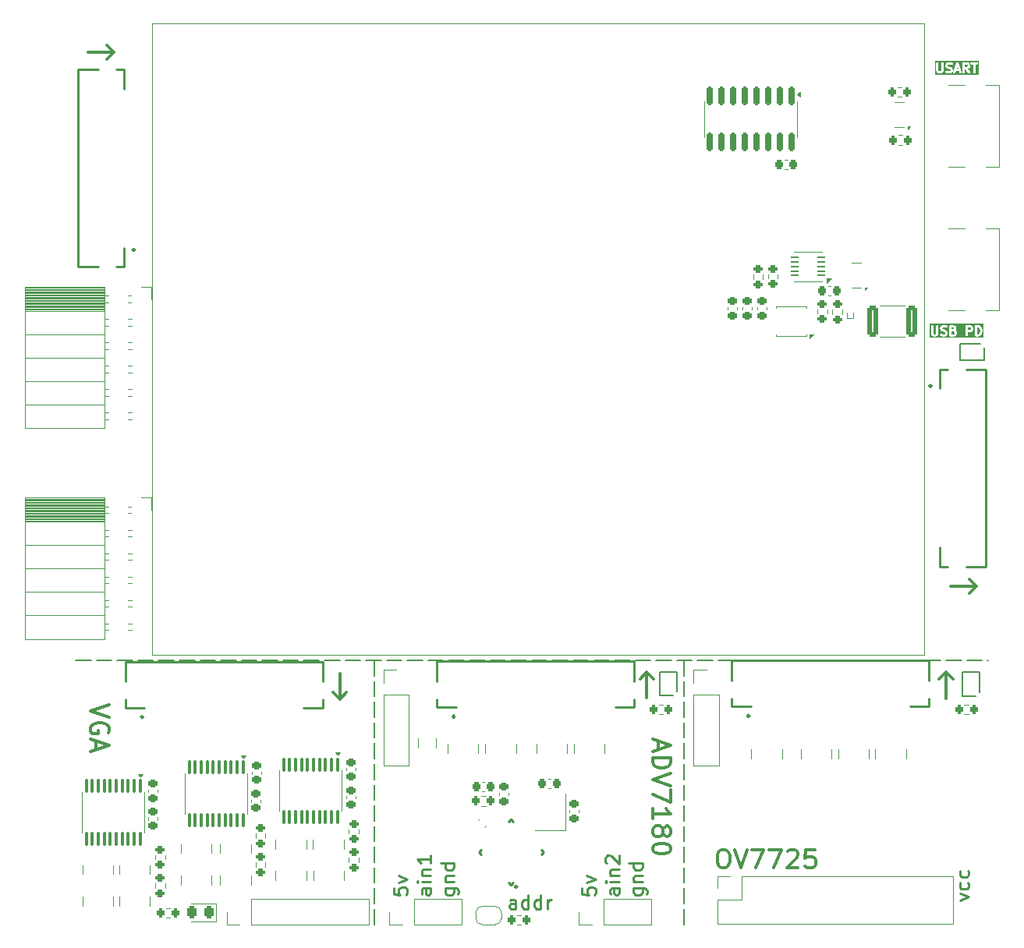
<source format=gto>
G04 #@! TF.GenerationSoftware,KiCad,Pcbnew,9.0.2-2.fc42*
G04 #@! TF.CreationDate,2025-07-15T14:43:00+03:00*
G04 #@! TF.ProjectId,QMTECH_XC7A100T-Expantion-Board,514d5445-4348-45f5-9843-374131303054,rev?*
G04 #@! TF.SameCoordinates,Original*
G04 #@! TF.FileFunction,Legend,Top*
G04 #@! TF.FilePolarity,Positive*
%FSLAX46Y46*%
G04 Gerber Fmt 4.6, Leading zero omitted, Abs format (unit mm)*
G04 Created by KiCad (PCBNEW 9.0.2-2.fc42) date 2025-07-15 14:43:00*
%MOMM*%
%LPD*%
G01*
G04 APERTURE LIST*
G04 Aperture macros list*
%AMRoundRect*
0 Rectangle with rounded corners*
0 $1 Rounding radius*
0 $2 $3 $4 $5 $6 $7 $8 $9 X,Y pos of 4 corners*
0 Add a 4 corners polygon primitive as box body*
4,1,4,$2,$3,$4,$5,$6,$7,$8,$9,$2,$3,0*
0 Add four circle primitives for the rounded corners*
1,1,$1+$1,$2,$3*
1,1,$1+$1,$4,$5*
1,1,$1+$1,$6,$7*
1,1,$1+$1,$8,$9*
0 Add four rect primitives between the rounded corners*
20,1,$1+$1,$2,$3,$4,$5,0*
20,1,$1+$1,$4,$5,$6,$7,0*
20,1,$1+$1,$6,$7,$8,$9,0*
20,1,$1+$1,$8,$9,$2,$3,0*%
%AMRotRect*
0 Rectangle, with rotation*
0 The origin of the aperture is its center*
0 $1 length*
0 $2 width*
0 $3 Rotation angle, in degrees counterclockwise*
0 Add horizontal line*
21,1,$1,$2,0,0,$3*%
%AMFreePoly0*
4,1,21,1.372500,0.787500,0.862500,0.787500,0.862500,0.532500,1.372500,0.532500,1.372500,0.127500,0.862500,0.127500,0.862500,-0.127500,1.372500,-0.127500,1.372500,-0.532500,0.862500,-0.532500,0.862500,-0.787500,1.372500,-0.787500,1.372500,-1.195000,0.612500,-1.195000,0.612500,-1.117500,-0.862500,-1.117500,-0.862500,1.117500,0.612500,1.117500,0.612500,1.195000,1.372500,1.195000,
1.372500,0.787500,1.372500,0.787500,$1*%
%AMFreePoly1*
4,1,39,0.500000,-0.750000,0.000000,-0.750000,0.000000,-0.749213,-0.028035,-0.749213,-0.083753,-0.742936,-0.138418,-0.730459,-0.191342,-0.711940,-0.241859,-0.687612,-0.289336,-0.657780,-0.333173,-0.622821,-0.372821,-0.583173,-0.407780,-0.539336,-0.437612,-0.491859,-0.461940,-0.441342,-0.480459,-0.388418,-0.492936,-0.333753,-0.499213,-0.278035,-0.499213,-0.250000,-0.500000,-0.250000,-0.500000,0.250000,
-0.499213,0.250000,-0.499213,0.278035,-0.492936,0.333753,-0.480459,0.388418,-0.461940,0.441342,-0.437612,0.491859,-0.407780,0.539336,-0.372821,0.583173,-0.333173,0.622821,-0.289336,0.657780,-0.241859,0.687612,-0.191342,0.711940,-0.138418,0.730459,-0.083753,0.742936,-0.028035,0.749213,0.000000,0.749213,0.000000,0.750000,0.500000,0.750000,0.500000,-0.750000,0.500000,-0.750000,
$1*%
%AMFreePoly2*
4,1,39,0.000000,0.749213,0.028035,0.749213,0.083753,0.742936,0.138418,0.730459,0.191342,0.711940,0.241859,0.687612,0.289336,0.657780,0.333173,0.622821,0.372821,0.583173,0.407780,0.539336,0.437612,0.491859,0.461940,0.441342,0.480459,0.388418,0.492936,0.333753,0.499213,0.278035,0.499213,0.250000,0.500000,0.250000,0.500000,-0.250000,0.499213,-0.250000,0.499213,-0.278035,
0.492936,-0.333753,0.480459,-0.388418,0.461940,-0.441342,0.437612,-0.491859,0.407780,-0.539336,0.372821,-0.583173,0.333173,-0.622821,0.289336,-0.657780,0.241859,-0.687612,0.191342,-0.711940,0.138418,-0.730459,0.083753,-0.742936,0.028035,-0.749213,0.000000,-0.749213,0.000000,-0.750000,-0.500000,-0.750000,-0.500000,0.750000,0.000000,0.750000,0.000000,0.749213,0.000000,0.749213,
$1*%
G04 Aperture macros list end*
%ADD10C,0.300000*%
%ADD11C,0.150000*%
%ADD12C,0.350000*%
%ADD13C,0.250000*%
%ADD14C,0.120000*%
%ADD15C,0.100000*%
%ADD16R,1.700000X1.700000*%
%ADD17C,1.700000*%
%ADD18R,0.500000X0.800000*%
%ADD19RoundRect,0.225000X0.250000X-0.225000X0.250000X0.225000X-0.250000X0.225000X-0.250000X-0.225000X0*%
%ADD20R,0.400000X0.800000*%
%ADD21R,0.300000X1.800000*%
%ADD22R,2.000000X1.500000*%
%ADD23RoundRect,0.243750X0.243750X0.456250X-0.243750X0.456250X-0.243750X-0.456250X0.243750X-0.456250X0*%
%ADD24RoundRect,0.200000X0.275000X-0.200000X0.275000X0.200000X-0.275000X0.200000X-0.275000X-0.200000X0*%
%ADD25RoundRect,0.200000X-0.200000X-0.275000X0.200000X-0.275000X0.200000X0.275000X-0.200000X0.275000X0*%
%ADD26RoundRect,0.200000X-0.275000X0.200000X-0.275000X-0.200000X0.275000X-0.200000X0.275000X0.200000X0*%
%ADD27R,0.650000X0.800000*%
%ADD28RoundRect,0.225000X-0.225000X-0.250000X0.225000X-0.250000X0.225000X0.250000X-0.225000X0.250000X0*%
%ADD29R,0.450000X0.600000*%
%ADD30RoundRect,0.200000X0.200000X0.275000X-0.200000X0.275000X-0.200000X-0.275000X0.200000X-0.275000X0*%
%ADD31RoundRect,0.100000X-0.100000X0.637500X-0.100000X-0.637500X0.100000X-0.637500X0.100000X0.637500X0*%
%ADD32R,1.800000X0.300000*%
%ADD33R,1.500000X2.000000*%
%ADD34RoundRect,0.225000X0.225000X0.250000X-0.225000X0.250000X-0.225000X-0.250000X0.225000X-0.250000X0*%
%ADD35R,0.625000X0.250000*%
%ADD36R,0.700000X0.450000*%
%ADD37R,0.575000X0.450000*%
%ADD38C,0.600000*%
%ADD39R,1.160000X0.600000*%
%ADD40R,1.160000X0.300000*%
%ADD41O,2.000000X0.900000*%
%ADD42O,1.700000X0.900000*%
%ADD43RoundRect,0.225000X0.017678X-0.335876X0.335876X-0.017678X-0.017678X0.335876X-0.335876X0.017678X0*%
%ADD44C,1.524000*%
%ADD45RoundRect,0.062500X0.362500X0.062500X-0.362500X0.062500X-0.362500X-0.062500X0.362500X-0.062500X0*%
%ADD46R,1.650000X2.380000*%
%ADD47RoundRect,0.225000X-0.250000X0.225000X-0.250000X-0.225000X0.250000X-0.225000X0.250000X0.225000X0*%
%ADD48R,0.800000X0.650000*%
%ADD49R,0.990000X0.405000*%
%ADD50FreePoly0,180.000000*%
%ADD51R,1.200000X1.400000*%
%ADD52FreePoly1,0.000000*%
%ADD53FreePoly2,0.000000*%
%ADD54RoundRect,0.150000X-0.150000X0.825000X-0.150000X-0.825000X0.150000X-0.825000X0.150000X0.825000X0*%
%ADD55RoundRect,0.250000X-0.312500X-1.450000X0.312500X-1.450000X0.312500X1.450000X-0.312500X1.450000X0*%
%ADD56RotRect,0.800000X0.300000X135.000000*%
%ADD57RotRect,0.800000X0.300000X225.000000*%
%ADD58RotRect,0.800000X0.300000X315.000000*%
%ADD59RotRect,0.800000X0.300000X45.000000*%
%ADD60RotRect,3.600000X3.600000X135.000000*%
%ADD61C,0.800000*%
G04 APERTURE END LIST*
D10*
X65100199Y-43179999D02*
X64363600Y-43916598D01*
X122961400Y-113283997D02*
X122961400Y-110464600D01*
X65100199Y-43179999D02*
X64363600Y-42443400D01*
D11*
X93345000Y-109220000D02*
X93345000Y-110870000D01*
X93345000Y-111470000D02*
X93345000Y-113120000D01*
X93345000Y-113720000D02*
X93345000Y-115370000D01*
X93345000Y-115970000D02*
X93345000Y-117620000D01*
X93345000Y-118220000D02*
X93345000Y-119870000D01*
X93345000Y-120470000D02*
X93345000Y-122120000D01*
X93345000Y-122720000D02*
X93345000Y-124370000D01*
X93345000Y-124970000D02*
X93345000Y-126620000D01*
X93345000Y-127220000D02*
X93345000Y-128870000D01*
X93345000Y-129470000D02*
X93345000Y-131120000D01*
X93345000Y-131720000D02*
X93345000Y-133370000D01*
X93345000Y-133970000D02*
X93345000Y-135620000D01*
X93345000Y-136220000D02*
X93345000Y-137870000D01*
D10*
X158749999Y-101168199D02*
X158013400Y-100431600D01*
X89611200Y-113436400D02*
X88874601Y-112699801D01*
X155422600Y-110497400D02*
X156159199Y-111233999D01*
X158749999Y-101168199D02*
X158013400Y-101904798D01*
X155422600Y-113316797D02*
X155422600Y-110497400D01*
X89611200Y-110617002D02*
X89611200Y-113436400D01*
D11*
X60960000Y-109220000D02*
X62610000Y-109220000D01*
X63210000Y-109220000D02*
X64860000Y-109220000D01*
X65460000Y-109220000D02*
X67110000Y-109220000D01*
X67710000Y-109220000D02*
X69360000Y-109220000D01*
X69960000Y-109220000D02*
X71610000Y-109220000D01*
X72210000Y-109220000D02*
X73860000Y-109220000D01*
X74460000Y-109220000D02*
X76110000Y-109220000D01*
X76710000Y-109220000D02*
X78360000Y-109220000D01*
X78960000Y-109220000D02*
X80610000Y-109220000D01*
X81210000Y-109220000D02*
X82860000Y-109220000D01*
X83460000Y-109220000D02*
X85110000Y-109220000D01*
X85710000Y-109220000D02*
X87360000Y-109220000D01*
X87960000Y-109220000D02*
X89610000Y-109220000D01*
X90210000Y-109220000D02*
X91860000Y-109220000D01*
X92460000Y-109220000D02*
X94110000Y-109220000D01*
X94710000Y-109220000D02*
X96360000Y-109220000D01*
X96960000Y-109220000D02*
X98610000Y-109220000D01*
X99210000Y-109220000D02*
X100860000Y-109220000D01*
X101460000Y-109220000D02*
X103110000Y-109220000D01*
X103710000Y-109220000D02*
X105360000Y-109220000D01*
X105960000Y-109220000D02*
X107610000Y-109220000D01*
X108210000Y-109220000D02*
X109860000Y-109220000D01*
X110460000Y-109220000D02*
X112110000Y-109220000D01*
X112710000Y-109220000D02*
X114360000Y-109220000D01*
X114960000Y-109220000D02*
X116610000Y-109220000D01*
X117210000Y-109220000D02*
X118860000Y-109220000D01*
X119460000Y-109220000D02*
X121110000Y-109220000D01*
X121710000Y-109220000D02*
X123360000Y-109220000D01*
X123960000Y-109220000D02*
X125610000Y-109220000D01*
X126210000Y-109220000D02*
X127860000Y-109220000D01*
X128460000Y-109220000D02*
X130110000Y-109220000D01*
X130710000Y-109220000D02*
X132360000Y-109220000D01*
X132960000Y-109220000D02*
X134610000Y-109220000D01*
X135210000Y-109220000D02*
X136860000Y-109220000D01*
X137460000Y-109220000D02*
X139110000Y-109220000D01*
X139710000Y-109220000D02*
X141360000Y-109220000D01*
X141960000Y-109220000D02*
X143610000Y-109220000D01*
X144210000Y-109220000D02*
X145860000Y-109220000D01*
X146460000Y-109220000D02*
X148110000Y-109220000D01*
X148710000Y-109220000D02*
X150360000Y-109220000D01*
X150960000Y-109220000D02*
X152610000Y-109220000D01*
X153210000Y-109220000D02*
X154860000Y-109220000D01*
X155460000Y-109220000D02*
X157110000Y-109220000D01*
X157710000Y-109220000D02*
X159360000Y-109220000D01*
X159960000Y-109220000D02*
X160020000Y-109220000D01*
D10*
X122961400Y-110464600D02*
X122224801Y-111201199D01*
X155930601Y-101168199D02*
X158749999Y-101168199D01*
D11*
X127000000Y-109220000D02*
X127000000Y-110870000D01*
X127000000Y-111470000D02*
X127000000Y-113120000D01*
X127000000Y-113720000D02*
X127000000Y-115370000D01*
X127000000Y-115970000D02*
X127000000Y-117620000D01*
X127000000Y-118220000D02*
X127000000Y-119870000D01*
X127000000Y-120470000D02*
X127000000Y-122120000D01*
X127000000Y-122720000D02*
X127000000Y-124370000D01*
X127000000Y-124970000D02*
X127000000Y-126620000D01*
X127000000Y-127220000D02*
X127000000Y-128870000D01*
X127000000Y-129470000D02*
X127000000Y-131120000D01*
X127000000Y-131720000D02*
X127000000Y-133370000D01*
X127000000Y-133970000D02*
X127000000Y-135620000D01*
X127000000Y-136220000D02*
X127000000Y-137870000D01*
D10*
X89611200Y-113436400D02*
X90347799Y-112699801D01*
X122961400Y-110464600D02*
X123697999Y-111201199D01*
X62280801Y-43179999D02*
X65100199Y-43179999D01*
X155422600Y-110497400D02*
X154686001Y-111233999D01*
D12*
X124151390Y-117959215D02*
X124151390Y-118911596D01*
X123579961Y-117768739D02*
X125579961Y-118435405D01*
X125579961Y-118435405D02*
X123579961Y-119102072D01*
X123579961Y-119768739D02*
X125579961Y-119768739D01*
X125579961Y-119768739D02*
X125579961Y-120244929D01*
X125579961Y-120244929D02*
X125484723Y-120530644D01*
X125484723Y-120530644D02*
X125294247Y-120721120D01*
X125294247Y-120721120D02*
X125103771Y-120816358D01*
X125103771Y-120816358D02*
X124722819Y-120911596D01*
X124722819Y-120911596D02*
X124437104Y-120911596D01*
X124437104Y-120911596D02*
X124056152Y-120816358D01*
X124056152Y-120816358D02*
X123865676Y-120721120D01*
X123865676Y-120721120D02*
X123675200Y-120530644D01*
X123675200Y-120530644D02*
X123579961Y-120244929D01*
X123579961Y-120244929D02*
X123579961Y-119768739D01*
X125579961Y-121483025D02*
X123579961Y-122149691D01*
X123579961Y-122149691D02*
X125579961Y-122816358D01*
X125579961Y-123292549D02*
X125579961Y-124625882D01*
X125579961Y-124625882D02*
X123579961Y-123768739D01*
X123579961Y-126435406D02*
X123579961Y-125292549D01*
X123579961Y-125863977D02*
X125579961Y-125863977D01*
X125579961Y-125863977D02*
X125294247Y-125673501D01*
X125294247Y-125673501D02*
X125103771Y-125483025D01*
X125103771Y-125483025D02*
X125008533Y-125292549D01*
X124722819Y-127578263D02*
X124818057Y-127387787D01*
X124818057Y-127387787D02*
X124913295Y-127292549D01*
X124913295Y-127292549D02*
X125103771Y-127197311D01*
X125103771Y-127197311D02*
X125199009Y-127197311D01*
X125199009Y-127197311D02*
X125389485Y-127292549D01*
X125389485Y-127292549D02*
X125484723Y-127387787D01*
X125484723Y-127387787D02*
X125579961Y-127578263D01*
X125579961Y-127578263D02*
X125579961Y-127959216D01*
X125579961Y-127959216D02*
X125484723Y-128149692D01*
X125484723Y-128149692D02*
X125389485Y-128244930D01*
X125389485Y-128244930D02*
X125199009Y-128340168D01*
X125199009Y-128340168D02*
X125103771Y-128340168D01*
X125103771Y-128340168D02*
X124913295Y-128244930D01*
X124913295Y-128244930D02*
X124818057Y-128149692D01*
X124818057Y-128149692D02*
X124722819Y-127959216D01*
X124722819Y-127959216D02*
X124722819Y-127578263D01*
X124722819Y-127578263D02*
X124627580Y-127387787D01*
X124627580Y-127387787D02*
X124532342Y-127292549D01*
X124532342Y-127292549D02*
X124341866Y-127197311D01*
X124341866Y-127197311D02*
X123960914Y-127197311D01*
X123960914Y-127197311D02*
X123770438Y-127292549D01*
X123770438Y-127292549D02*
X123675200Y-127387787D01*
X123675200Y-127387787D02*
X123579961Y-127578263D01*
X123579961Y-127578263D02*
X123579961Y-127959216D01*
X123579961Y-127959216D02*
X123675200Y-128149692D01*
X123675200Y-128149692D02*
X123770438Y-128244930D01*
X123770438Y-128244930D02*
X123960914Y-128340168D01*
X123960914Y-128340168D02*
X124341866Y-128340168D01*
X124341866Y-128340168D02*
X124532342Y-128244930D01*
X124532342Y-128244930D02*
X124627580Y-128149692D01*
X124627580Y-128149692D02*
X124722819Y-127959216D01*
X125579961Y-129578263D02*
X125579961Y-129768740D01*
X125579961Y-129768740D02*
X125484723Y-129959216D01*
X125484723Y-129959216D02*
X125389485Y-130054454D01*
X125389485Y-130054454D02*
X125199009Y-130149692D01*
X125199009Y-130149692D02*
X124818057Y-130244930D01*
X124818057Y-130244930D02*
X124341866Y-130244930D01*
X124341866Y-130244930D02*
X123960914Y-130149692D01*
X123960914Y-130149692D02*
X123770438Y-130054454D01*
X123770438Y-130054454D02*
X123675200Y-129959216D01*
X123675200Y-129959216D02*
X123579961Y-129768740D01*
X123579961Y-129768740D02*
X123579961Y-129578263D01*
X123579961Y-129578263D02*
X123675200Y-129387787D01*
X123675200Y-129387787D02*
X123770438Y-129292549D01*
X123770438Y-129292549D02*
X123960914Y-129197311D01*
X123960914Y-129197311D02*
X124341866Y-129102073D01*
X124341866Y-129102073D02*
X124818057Y-129102073D01*
X124818057Y-129102073D02*
X125199009Y-129197311D01*
X125199009Y-129197311D02*
X125389485Y-129292549D01*
X125389485Y-129292549D02*
X125484723Y-129387787D01*
X125484723Y-129387787D02*
X125579961Y-129578263D01*
D13*
X99498428Y-133963527D02*
X98712714Y-133963527D01*
X98712714Y-133963527D02*
X98569857Y-134034955D01*
X98569857Y-134034955D02*
X98498428Y-134177812D01*
X98498428Y-134177812D02*
X98498428Y-134463527D01*
X98498428Y-134463527D02*
X98569857Y-134606384D01*
X99427000Y-133963527D02*
X99498428Y-134106384D01*
X99498428Y-134106384D02*
X99498428Y-134463527D01*
X99498428Y-134463527D02*
X99427000Y-134606384D01*
X99427000Y-134606384D02*
X99284142Y-134677812D01*
X99284142Y-134677812D02*
X99141285Y-134677812D01*
X99141285Y-134677812D02*
X98998428Y-134606384D01*
X98998428Y-134606384D02*
X98927000Y-134463527D01*
X98927000Y-134463527D02*
X98927000Y-134106384D01*
X98927000Y-134106384D02*
X98855571Y-133963527D01*
X99498428Y-133249241D02*
X98498428Y-133249241D01*
X97998428Y-133249241D02*
X98069857Y-133320669D01*
X98069857Y-133320669D02*
X98141285Y-133249241D01*
X98141285Y-133249241D02*
X98069857Y-133177812D01*
X98069857Y-133177812D02*
X97998428Y-133249241D01*
X97998428Y-133249241D02*
X98141285Y-133249241D01*
X98498428Y-132534955D02*
X99498428Y-132534955D01*
X98641285Y-132534955D02*
X98569857Y-132463526D01*
X98569857Y-132463526D02*
X98498428Y-132320669D01*
X98498428Y-132320669D02*
X98498428Y-132106383D01*
X98498428Y-132106383D02*
X98569857Y-131963526D01*
X98569857Y-131963526D02*
X98712714Y-131892098D01*
X98712714Y-131892098D02*
X99498428Y-131892098D01*
X99498428Y-130392097D02*
X99498428Y-131249240D01*
X99498428Y-130820669D02*
X97998428Y-130820669D01*
X97998428Y-130820669D02*
X98212714Y-130963526D01*
X98212714Y-130963526D02*
X98355571Y-131106383D01*
X98355571Y-131106383D02*
X98427000Y-131249240D01*
G36*
X156331410Y-73539481D02*
G01*
X156343820Y-73551892D01*
X156369171Y-73602593D01*
X156369171Y-73686433D01*
X156343819Y-73737136D01*
X156324888Y-73756068D01*
X156274187Y-73781419D01*
X156047743Y-73781419D01*
X156047743Y-73507609D01*
X156235793Y-73507609D01*
X156331410Y-73539481D01*
G37*
G36*
X156277269Y-73056769D02*
G01*
X156296201Y-73075702D01*
X156321552Y-73126403D01*
X156321552Y-73162624D01*
X156296201Y-73213325D01*
X156277269Y-73232258D01*
X156226568Y-73257609D01*
X156047743Y-73257609D01*
X156047743Y-73031419D01*
X156226568Y-73031419D01*
X156277269Y-73056769D01*
G37*
G36*
X158998077Y-73063291D02*
G01*
X159058105Y-73123319D01*
X159090516Y-73188142D01*
X159131076Y-73350379D01*
X159131076Y-73462458D01*
X159090516Y-73624694D01*
X159058106Y-73689515D01*
X158998076Y-73749546D01*
X158902460Y-73781419D01*
X158809648Y-73781419D01*
X158809648Y-73031419D01*
X158902460Y-73031419D01*
X158998077Y-73063291D01*
G37*
G36*
X158086793Y-73056769D02*
G01*
X158105725Y-73075702D01*
X158131076Y-73126403D01*
X158131076Y-73210243D01*
X158105725Y-73260944D01*
X158086793Y-73279877D01*
X158036092Y-73305228D01*
X157809648Y-73305228D01*
X157809648Y-73031419D01*
X158036092Y-73031419D01*
X158086793Y-73056769D01*
G37*
G36*
X159506076Y-74156419D02*
G01*
X153672743Y-74156419D01*
X153672743Y-72906419D01*
X153797743Y-72906419D01*
X153797743Y-73715942D01*
X153798345Y-73728194D01*
X153799210Y-73732547D01*
X153799526Y-73736982D01*
X153801595Y-73744539D01*
X153803125Y-73752228D01*
X153804826Y-73756336D01*
X153805999Y-73760616D01*
X153810940Y-73771844D01*
X153858558Y-73867081D01*
X153859736Y-73869173D01*
X153860121Y-73870103D01*
X153860998Y-73871416D01*
X153864576Y-73877771D01*
X153869384Y-73883966D01*
X153873735Y-73890478D01*
X153878622Y-73895869D01*
X153879600Y-73897130D01*
X153880367Y-73897795D01*
X153881973Y-73899567D01*
X153929592Y-73947187D01*
X153931364Y-73948793D01*
X153932031Y-73949562D01*
X153933292Y-73950540D01*
X153938681Y-73955425D01*
X153945192Y-73959776D01*
X153951390Y-73964586D01*
X153957733Y-73968156D01*
X153959055Y-73969040D01*
X153959991Y-73969427D01*
X153962079Y-73970603D01*
X154057317Y-74018222D01*
X154068545Y-74023163D01*
X154072824Y-74024335D01*
X154076933Y-74026037D01*
X154084621Y-74027566D01*
X154092179Y-74029636D01*
X154096613Y-74029951D01*
X154100967Y-74030817D01*
X154113219Y-74031419D01*
X154303695Y-74031419D01*
X154315947Y-74030817D01*
X154320300Y-74029951D01*
X154324735Y-74029636D01*
X154332292Y-74027566D01*
X154339981Y-74026037D01*
X154344089Y-74024335D01*
X154348369Y-74023163D01*
X154359597Y-74018222D01*
X154454834Y-73970604D01*
X154456925Y-73969426D01*
X154457859Y-73969040D01*
X154459178Y-73968158D01*
X154465524Y-73964586D01*
X154471721Y-73959776D01*
X154478233Y-73955425D01*
X154483621Y-73950540D01*
X154484883Y-73949562D01*
X154485549Y-73948793D01*
X154487322Y-73947187D01*
X154534941Y-73899568D01*
X154536549Y-73897792D01*
X154537314Y-73897130D01*
X154538288Y-73895874D01*
X154543179Y-73890478D01*
X154547531Y-73883964D01*
X154552338Y-73877771D01*
X154555910Y-73871425D01*
X154556793Y-73870104D01*
X154557180Y-73869168D01*
X154558355Y-73867082D01*
X154605974Y-73771844D01*
X154610915Y-73760616D01*
X154612087Y-73756336D01*
X154613789Y-73752228D01*
X154615318Y-73744539D01*
X154617388Y-73736982D01*
X154617703Y-73732547D01*
X154618569Y-73728194D01*
X154619171Y-73715942D01*
X154619171Y-73096895D01*
X154797743Y-73096895D01*
X154797743Y-73192133D01*
X154798345Y-73204385D01*
X154799210Y-73208738D01*
X154799526Y-73213173D01*
X154801595Y-73220730D01*
X154803125Y-73228419D01*
X154804826Y-73232527D01*
X154805999Y-73236807D01*
X154810940Y-73248035D01*
X154858558Y-73343272D01*
X154859732Y-73345359D01*
X154860121Y-73346296D01*
X154861005Y-73347619D01*
X154864576Y-73353962D01*
X154869382Y-73360155D01*
X154873736Y-73366670D01*
X154878621Y-73372060D01*
X154879600Y-73373321D01*
X154880367Y-73373986D01*
X154881974Y-73375759D01*
X154929592Y-73423378D01*
X154931368Y-73424988D01*
X154932031Y-73425752D01*
X154933284Y-73426725D01*
X154938681Y-73431616D01*
X154945197Y-73435969D01*
X154951390Y-73440776D01*
X154957738Y-73444349D01*
X154959056Y-73445230D01*
X154959988Y-73445616D01*
X154962079Y-73446793D01*
X155057317Y-73494412D01*
X155068545Y-73499353D01*
X155069896Y-73499723D01*
X155071162Y-73500321D01*
X155082902Y-73503877D01*
X155260068Y-73548168D01*
X155324888Y-73580578D01*
X155343820Y-73599511D01*
X155369171Y-73650212D01*
X155369171Y-73686433D01*
X155343819Y-73737136D01*
X155324888Y-73756068D01*
X155274187Y-73781419D01*
X155085886Y-73781419D01*
X154962271Y-73740215D01*
X154950458Y-73736911D01*
X154926146Y-73733846D01*
X154901703Y-73735583D01*
X154878069Y-73742056D01*
X154856152Y-73753015D01*
X154836794Y-73768038D01*
X154820738Y-73786550D01*
X154808603Y-73807839D01*
X154800854Y-73831085D01*
X154797789Y-73855397D01*
X154799526Y-73879840D01*
X154805999Y-73903474D01*
X154816958Y-73925391D01*
X154831981Y-73944749D01*
X154850493Y-73960805D01*
X154871782Y-73972940D01*
X154883215Y-73977385D01*
X155026071Y-74025004D01*
X155028377Y-74025649D01*
X155029314Y-74026037D01*
X155030874Y-74026347D01*
X155037885Y-74028308D01*
X155045662Y-74029288D01*
X155053348Y-74030817D01*
X155060621Y-74031174D01*
X155062197Y-74031373D01*
X155063205Y-74031301D01*
X155065600Y-74031419D01*
X155303695Y-74031419D01*
X155315947Y-74030817D01*
X155320300Y-74029951D01*
X155324735Y-74029636D01*
X155332292Y-74027566D01*
X155339981Y-74026037D01*
X155344089Y-74024335D01*
X155348369Y-74023163D01*
X155359597Y-74018222D01*
X155454834Y-73970604D01*
X155456925Y-73969426D01*
X155457859Y-73969040D01*
X155459178Y-73968158D01*
X155465524Y-73964586D01*
X155471721Y-73959776D01*
X155478233Y-73955425D01*
X155483621Y-73950540D01*
X155484883Y-73949562D01*
X155485549Y-73948793D01*
X155487322Y-73947187D01*
X155534941Y-73899568D01*
X155536549Y-73897792D01*
X155537314Y-73897130D01*
X155538288Y-73895874D01*
X155543179Y-73890478D01*
X155547531Y-73883964D01*
X155552338Y-73877771D01*
X155555910Y-73871425D01*
X155556793Y-73870104D01*
X155557180Y-73869168D01*
X155558355Y-73867082D01*
X155605974Y-73771844D01*
X155610915Y-73760616D01*
X155612087Y-73756336D01*
X155613789Y-73752228D01*
X155615318Y-73744539D01*
X155617388Y-73736982D01*
X155617703Y-73732547D01*
X155618569Y-73728194D01*
X155619171Y-73715942D01*
X155619171Y-73620704D01*
X155618569Y-73608452D01*
X155617703Y-73604098D01*
X155617388Y-73599664D01*
X155615318Y-73592106D01*
X155613789Y-73584418D01*
X155612087Y-73580309D01*
X155610915Y-73576030D01*
X155605974Y-73564802D01*
X155558355Y-73469564D01*
X155557178Y-73467473D01*
X155556792Y-73466541D01*
X155555911Y-73465223D01*
X155552338Y-73458875D01*
X155547531Y-73452682D01*
X155543178Y-73446166D01*
X155538287Y-73440769D01*
X155537314Y-73439516D01*
X155536550Y-73438853D01*
X155534940Y-73437077D01*
X155487321Y-73389459D01*
X155485548Y-73387852D01*
X155484883Y-73387085D01*
X155483622Y-73386106D01*
X155478232Y-73381221D01*
X155471717Y-73376867D01*
X155465524Y-73372061D01*
X155459181Y-73368490D01*
X155457858Y-73367606D01*
X155456921Y-73367217D01*
X155454834Y-73366043D01*
X155359597Y-73318425D01*
X155348369Y-73313484D01*
X155347017Y-73313113D01*
X155345752Y-73312516D01*
X155334012Y-73308960D01*
X155156847Y-73264668D01*
X155092026Y-73232258D01*
X155073093Y-73213326D01*
X155047743Y-73162625D01*
X155047743Y-73126403D01*
X155073093Y-73075701D01*
X155092026Y-73056769D01*
X155142728Y-73031419D01*
X155331031Y-73031419D01*
X155454642Y-73072623D01*
X155466456Y-73075927D01*
X155490768Y-73078992D01*
X155515211Y-73077254D01*
X155538844Y-73070782D01*
X155560761Y-73059823D01*
X155580120Y-73044800D01*
X155596175Y-73026288D01*
X155608310Y-73004999D01*
X155616059Y-72981753D01*
X155619125Y-72957440D01*
X155617387Y-72932998D01*
X155610915Y-72909364D01*
X155609442Y-72906419D01*
X155797743Y-72906419D01*
X155797743Y-73906419D01*
X155798345Y-73918671D01*
X155803125Y-73942705D01*
X155812503Y-73965344D01*
X155826117Y-73985718D01*
X155843444Y-74003045D01*
X155863818Y-74016659D01*
X155886457Y-74026037D01*
X155910491Y-74030817D01*
X155922743Y-74031419D01*
X156303695Y-74031419D01*
X156315947Y-74030817D01*
X156320300Y-74029951D01*
X156324735Y-74029636D01*
X156332292Y-74027566D01*
X156339981Y-74026037D01*
X156344089Y-74024335D01*
X156348369Y-74023163D01*
X156359597Y-74018222D01*
X156454834Y-73970604D01*
X156456925Y-73969426D01*
X156457859Y-73969040D01*
X156459178Y-73968158D01*
X156465524Y-73964586D01*
X156471721Y-73959776D01*
X156478233Y-73955425D01*
X156483621Y-73950540D01*
X156484883Y-73949562D01*
X156485549Y-73948793D01*
X156487322Y-73947187D01*
X156534941Y-73899568D01*
X156536549Y-73897792D01*
X156537314Y-73897130D01*
X156538288Y-73895874D01*
X156543179Y-73890478D01*
X156547531Y-73883964D01*
X156552338Y-73877771D01*
X156555910Y-73871425D01*
X156556793Y-73870104D01*
X156557180Y-73869168D01*
X156558355Y-73867082D01*
X156605974Y-73771844D01*
X156610915Y-73760616D01*
X156612087Y-73756336D01*
X156613789Y-73752228D01*
X156615318Y-73744539D01*
X156617388Y-73736982D01*
X156617703Y-73732547D01*
X156618569Y-73728194D01*
X156619171Y-73715942D01*
X156619171Y-73573085D01*
X156618569Y-73560833D01*
X156617703Y-73556479D01*
X156617388Y-73552045D01*
X156615318Y-73544487D01*
X156613789Y-73536799D01*
X156612087Y-73532690D01*
X156610915Y-73528411D01*
X156605974Y-73517183D01*
X156558355Y-73421945D01*
X156557178Y-73419854D01*
X156556792Y-73418922D01*
X156555911Y-73417604D01*
X156552338Y-73411256D01*
X156547531Y-73405063D01*
X156543178Y-73398547D01*
X156538287Y-73393150D01*
X156537314Y-73391897D01*
X156536550Y-73391234D01*
X156534940Y-73389458D01*
X156502413Y-73356932D01*
X156504719Y-73353962D01*
X156508292Y-73347613D01*
X156509173Y-73346296D01*
X156509559Y-73345363D01*
X156510736Y-73343273D01*
X156558355Y-73248035D01*
X156563296Y-73236807D01*
X156564468Y-73232527D01*
X156566170Y-73228419D01*
X156567699Y-73220730D01*
X156569769Y-73213173D01*
X156570084Y-73208738D01*
X156570950Y-73204385D01*
X156571552Y-73192133D01*
X156571552Y-73096895D01*
X156570950Y-73084643D01*
X156570084Y-73080289D01*
X156569769Y-73075855D01*
X156567699Y-73068297D01*
X156566170Y-73060609D01*
X156564468Y-73056500D01*
X156563296Y-73052221D01*
X156558355Y-73040993D01*
X156510736Y-72945755D01*
X156509559Y-72943664D01*
X156509173Y-72942732D01*
X156508292Y-72941414D01*
X156504719Y-72935066D01*
X156499912Y-72928873D01*
X156495559Y-72922357D01*
X156490668Y-72916960D01*
X156489695Y-72915707D01*
X156488931Y-72915044D01*
X156487321Y-72913268D01*
X156480472Y-72906419D01*
X157559648Y-72906419D01*
X157559648Y-73906419D01*
X157560250Y-73918671D01*
X157565030Y-73942705D01*
X157574408Y-73965344D01*
X157588022Y-73985718D01*
X157605349Y-74003045D01*
X157625723Y-74016659D01*
X157648362Y-74026037D01*
X157672396Y-74030817D01*
X157696900Y-74030817D01*
X157720934Y-74026037D01*
X157743573Y-74016659D01*
X157763947Y-74003045D01*
X157781274Y-73985718D01*
X157794888Y-73965344D01*
X157804266Y-73942705D01*
X157809046Y-73918671D01*
X157809648Y-73906419D01*
X157809648Y-73555228D01*
X158065600Y-73555228D01*
X158077852Y-73554626D01*
X158082205Y-73553760D01*
X158086640Y-73553445D01*
X158094197Y-73551375D01*
X158101886Y-73549846D01*
X158105994Y-73548144D01*
X158110274Y-73546972D01*
X158121502Y-73542031D01*
X158216739Y-73494413D01*
X158218826Y-73493238D01*
X158219763Y-73492850D01*
X158221086Y-73491965D01*
X158227429Y-73488395D01*
X158233622Y-73483588D01*
X158240137Y-73479235D01*
X158245527Y-73474349D01*
X158246788Y-73473371D01*
X158247453Y-73472603D01*
X158249226Y-73470997D01*
X158296845Y-73423379D01*
X158298455Y-73421602D01*
X158299219Y-73420940D01*
X158300192Y-73419686D01*
X158305083Y-73414290D01*
X158309436Y-73407773D01*
X158314243Y-73401581D01*
X158317816Y-73395232D01*
X158318697Y-73393915D01*
X158319083Y-73392982D01*
X158320260Y-73390892D01*
X158367879Y-73295654D01*
X158372820Y-73284426D01*
X158373992Y-73280146D01*
X158375694Y-73276038D01*
X158377223Y-73268349D01*
X158379293Y-73260792D01*
X158379608Y-73256357D01*
X158380474Y-73252004D01*
X158381076Y-73239752D01*
X158381076Y-73096895D01*
X158380474Y-73084643D01*
X158379608Y-73080289D01*
X158379293Y-73075855D01*
X158377223Y-73068297D01*
X158375694Y-73060609D01*
X158373992Y-73056500D01*
X158372820Y-73052221D01*
X158367879Y-73040993D01*
X158320260Y-72945755D01*
X158319083Y-72943664D01*
X158318697Y-72942732D01*
X158317816Y-72941414D01*
X158314243Y-72935066D01*
X158309436Y-72928873D01*
X158305083Y-72922357D01*
X158300192Y-72916960D01*
X158299219Y-72915707D01*
X158298455Y-72915044D01*
X158296845Y-72913268D01*
X158289996Y-72906419D01*
X158559648Y-72906419D01*
X158559648Y-73906419D01*
X158560250Y-73918671D01*
X158565030Y-73942705D01*
X158574408Y-73965344D01*
X158588022Y-73985718D01*
X158605349Y-74003045D01*
X158625723Y-74016659D01*
X158648362Y-74026037D01*
X158672396Y-74030817D01*
X158684648Y-74031419D01*
X158922743Y-74031419D01*
X158925137Y-74031301D01*
X158926146Y-74031373D01*
X158927721Y-74031174D01*
X158934995Y-74030817D01*
X158942680Y-74029288D01*
X158950458Y-74028308D01*
X158957466Y-74026347D01*
X158959029Y-74026037D01*
X158959967Y-74025648D01*
X158962271Y-74025004D01*
X159105128Y-73977386D01*
X159116561Y-73972940D01*
X159120419Y-73970740D01*
X159124525Y-73969040D01*
X159131040Y-73964686D01*
X159137850Y-73960805D01*
X159141206Y-73957894D01*
X159144900Y-73955426D01*
X159153989Y-73947188D01*
X159249227Y-73851949D01*
X159250835Y-73850173D01*
X159251600Y-73849511D01*
X159252574Y-73848255D01*
X159257465Y-73842859D01*
X159261817Y-73836345D01*
X159266624Y-73830152D01*
X159270196Y-73823806D01*
X159271079Y-73822485D01*
X159271466Y-73821549D01*
X159272641Y-73819463D01*
X159320260Y-73724225D01*
X159325201Y-73712997D01*
X159325571Y-73711645D01*
X159326169Y-73710380D01*
X159329725Y-73698640D01*
X159377344Y-73508164D01*
X159379731Y-73496132D01*
X159379879Y-73493089D01*
X159380474Y-73490099D01*
X159381076Y-73477847D01*
X159381076Y-73334990D01*
X159380474Y-73322738D01*
X159379879Y-73319747D01*
X159379731Y-73316705D01*
X159377344Y-73304673D01*
X159329725Y-73114197D01*
X159326169Y-73102457D01*
X159325571Y-73101191D01*
X159325201Y-73099840D01*
X159320260Y-73088612D01*
X159272641Y-72993374D01*
X159271467Y-72991290D01*
X159271079Y-72990351D01*
X159270192Y-72989024D01*
X159266624Y-72982685D01*
X159261817Y-72976491D01*
X159257464Y-72969977D01*
X159252578Y-72964586D01*
X159251600Y-72963326D01*
X159250832Y-72962660D01*
X159249226Y-72960888D01*
X159153988Y-72865650D01*
X159144899Y-72857412D01*
X159141207Y-72854945D01*
X159137850Y-72852033D01*
X159131045Y-72848154D01*
X159124525Y-72843797D01*
X159120414Y-72842094D01*
X159116561Y-72839898D01*
X159105128Y-72835452D01*
X158962271Y-72787834D01*
X158959967Y-72787189D01*
X158959029Y-72786801D01*
X158957466Y-72786490D01*
X158950458Y-72784530D01*
X158942680Y-72783549D01*
X158934995Y-72782021D01*
X158927721Y-72781663D01*
X158926146Y-72781465D01*
X158925137Y-72781536D01*
X158922743Y-72781419D01*
X158684648Y-72781419D01*
X158672396Y-72782021D01*
X158648362Y-72786801D01*
X158625723Y-72796179D01*
X158605349Y-72809793D01*
X158588022Y-72827120D01*
X158574408Y-72847494D01*
X158565030Y-72870133D01*
X158560250Y-72894167D01*
X158559648Y-72906419D01*
X158289996Y-72906419D01*
X158249226Y-72865650D01*
X158247453Y-72864043D01*
X158246788Y-72863276D01*
X158245527Y-72862297D01*
X158240137Y-72857412D01*
X158233622Y-72853058D01*
X158227429Y-72848252D01*
X158221086Y-72844681D01*
X158219763Y-72843797D01*
X158218826Y-72843408D01*
X158216739Y-72842234D01*
X158121502Y-72794616D01*
X158110274Y-72789675D01*
X158105994Y-72788502D01*
X158101886Y-72786801D01*
X158094197Y-72785271D01*
X158086640Y-72783202D01*
X158082205Y-72782886D01*
X158077852Y-72782021D01*
X158065600Y-72781419D01*
X157684648Y-72781419D01*
X157672396Y-72782021D01*
X157648362Y-72786801D01*
X157625723Y-72796179D01*
X157605349Y-72809793D01*
X157588022Y-72827120D01*
X157574408Y-72847494D01*
X157565030Y-72870133D01*
X157560250Y-72894167D01*
X157559648Y-72906419D01*
X156480472Y-72906419D01*
X156439702Y-72865650D01*
X156437929Y-72864043D01*
X156437264Y-72863276D01*
X156436003Y-72862297D01*
X156430613Y-72857412D01*
X156424098Y-72853058D01*
X156417905Y-72848252D01*
X156411562Y-72844681D01*
X156410239Y-72843797D01*
X156409302Y-72843408D01*
X156407215Y-72842234D01*
X156311978Y-72794616D01*
X156300750Y-72789675D01*
X156296470Y-72788502D01*
X156292362Y-72786801D01*
X156284673Y-72785271D01*
X156277116Y-72783202D01*
X156272681Y-72782886D01*
X156268328Y-72782021D01*
X156256076Y-72781419D01*
X155922743Y-72781419D01*
X155910491Y-72782021D01*
X155886457Y-72786801D01*
X155863818Y-72796179D01*
X155843444Y-72809793D01*
X155826117Y-72827120D01*
X155812503Y-72847494D01*
X155803125Y-72870133D01*
X155798345Y-72894167D01*
X155797743Y-72906419D01*
X155609442Y-72906419D01*
X155599956Y-72887447D01*
X155584933Y-72868089D01*
X155566421Y-72852033D01*
X155545132Y-72839898D01*
X155533699Y-72835452D01*
X155390842Y-72787834D01*
X155388538Y-72787189D01*
X155387600Y-72786801D01*
X155386037Y-72786490D01*
X155379029Y-72784530D01*
X155371251Y-72783549D01*
X155363566Y-72782021D01*
X155356292Y-72781663D01*
X155354717Y-72781465D01*
X155353708Y-72781536D01*
X155351314Y-72781419D01*
X155113219Y-72781419D01*
X155100967Y-72782021D01*
X155096613Y-72782886D01*
X155092179Y-72783202D01*
X155084621Y-72785271D01*
X155076933Y-72786801D01*
X155072824Y-72788502D01*
X155068545Y-72789675D01*
X155057317Y-72794616D01*
X154962079Y-72842235D01*
X154959988Y-72843411D01*
X154959056Y-72843798D01*
X154957738Y-72844678D01*
X154951390Y-72848252D01*
X154945197Y-72853058D01*
X154938681Y-72857412D01*
X154933284Y-72862302D01*
X154932031Y-72863276D01*
X154931368Y-72864039D01*
X154929592Y-72865650D01*
X154881974Y-72913269D01*
X154880367Y-72915041D01*
X154879600Y-72915707D01*
X154878621Y-72916967D01*
X154873736Y-72922358D01*
X154869382Y-72928872D01*
X154864576Y-72935066D01*
X154861005Y-72941408D01*
X154860121Y-72942732D01*
X154859732Y-72943668D01*
X154858558Y-72945756D01*
X154810940Y-73040993D01*
X154805999Y-73052221D01*
X154804826Y-73056500D01*
X154803125Y-73060609D01*
X154801595Y-73068297D01*
X154799526Y-73075855D01*
X154799210Y-73080289D01*
X154798345Y-73084643D01*
X154797743Y-73096895D01*
X154619171Y-73096895D01*
X154619171Y-72906419D01*
X154618569Y-72894167D01*
X154613789Y-72870133D01*
X154604411Y-72847494D01*
X154590797Y-72827120D01*
X154573470Y-72809793D01*
X154553096Y-72796179D01*
X154530457Y-72786801D01*
X154506423Y-72782021D01*
X154481919Y-72782021D01*
X154457885Y-72786801D01*
X154435246Y-72796179D01*
X154414872Y-72809793D01*
X154397545Y-72827120D01*
X154383931Y-72847494D01*
X154374553Y-72870133D01*
X154369773Y-72894167D01*
X154369171Y-72906419D01*
X154369171Y-73686433D01*
X154343819Y-73737136D01*
X154324888Y-73756068D01*
X154274187Y-73781419D01*
X154142728Y-73781419D01*
X154092026Y-73756068D01*
X154073094Y-73737136D01*
X154047743Y-73686434D01*
X154047743Y-72906419D01*
X154047141Y-72894167D01*
X154042361Y-72870133D01*
X154032983Y-72847494D01*
X154019369Y-72827120D01*
X154002042Y-72809793D01*
X153981668Y-72796179D01*
X153959029Y-72786801D01*
X153934995Y-72782021D01*
X153910491Y-72782021D01*
X153886457Y-72786801D01*
X153863818Y-72796179D01*
X153843444Y-72809793D01*
X153826117Y-72827120D01*
X153812503Y-72847494D01*
X153803125Y-72870133D01*
X153798345Y-72894167D01*
X153797743Y-72906419D01*
X153672743Y-72906419D01*
X153672743Y-72656419D01*
X159506076Y-72656419D01*
X159506076Y-74156419D01*
G37*
D12*
X131084605Y-129740838D02*
X131465558Y-129740838D01*
X131465558Y-129740838D02*
X131656034Y-129836076D01*
X131656034Y-129836076D02*
X131846510Y-130026552D01*
X131846510Y-130026552D02*
X131941748Y-130407504D01*
X131941748Y-130407504D02*
X131941748Y-131074171D01*
X131941748Y-131074171D02*
X131846510Y-131455123D01*
X131846510Y-131455123D02*
X131656034Y-131645600D01*
X131656034Y-131645600D02*
X131465558Y-131740838D01*
X131465558Y-131740838D02*
X131084605Y-131740838D01*
X131084605Y-131740838D02*
X130894129Y-131645600D01*
X130894129Y-131645600D02*
X130703653Y-131455123D01*
X130703653Y-131455123D02*
X130608415Y-131074171D01*
X130608415Y-131074171D02*
X130608415Y-130407504D01*
X130608415Y-130407504D02*
X130703653Y-130026552D01*
X130703653Y-130026552D02*
X130894129Y-129836076D01*
X130894129Y-129836076D02*
X131084605Y-129740838D01*
X132513177Y-129740838D02*
X133179843Y-131740838D01*
X133179843Y-131740838D02*
X133846510Y-129740838D01*
X134322701Y-129740838D02*
X135656034Y-129740838D01*
X135656034Y-129740838D02*
X134798891Y-131740838D01*
X136227463Y-129740838D02*
X137560796Y-129740838D01*
X137560796Y-129740838D02*
X136703653Y-131740838D01*
X138227463Y-129931314D02*
X138322701Y-129836076D01*
X138322701Y-129836076D02*
X138513177Y-129740838D01*
X138513177Y-129740838D02*
X138989368Y-129740838D01*
X138989368Y-129740838D02*
X139179844Y-129836076D01*
X139179844Y-129836076D02*
X139275082Y-129931314D01*
X139275082Y-129931314D02*
X139370320Y-130121790D01*
X139370320Y-130121790D02*
X139370320Y-130312266D01*
X139370320Y-130312266D02*
X139275082Y-130597980D01*
X139275082Y-130597980D02*
X138132225Y-131740838D01*
X138132225Y-131740838D02*
X139370320Y-131740838D01*
X141179844Y-129740838D02*
X140227463Y-129740838D01*
X140227463Y-129740838D02*
X140132225Y-130693219D01*
X140132225Y-130693219D02*
X140227463Y-130597980D01*
X140227463Y-130597980D02*
X140417939Y-130502742D01*
X140417939Y-130502742D02*
X140894130Y-130502742D01*
X140894130Y-130502742D02*
X141084606Y-130597980D01*
X141084606Y-130597980D02*
X141179844Y-130693219D01*
X141179844Y-130693219D02*
X141275082Y-130883695D01*
X141275082Y-130883695D02*
X141275082Y-131359885D01*
X141275082Y-131359885D02*
X141179844Y-131550361D01*
X141179844Y-131550361D02*
X141084606Y-131645600D01*
X141084606Y-131645600D02*
X140894130Y-131740838D01*
X140894130Y-131740838D02*
X140417939Y-131740838D01*
X140417939Y-131740838D02*
X140227463Y-131645600D01*
X140227463Y-131645600D02*
X140132225Y-131550361D01*
D13*
X115905428Y-133892098D02*
X115905428Y-134606384D01*
X115905428Y-134606384D02*
X116619714Y-134677812D01*
X116619714Y-134677812D02*
X116548285Y-134606384D01*
X116548285Y-134606384D02*
X116476857Y-134463527D01*
X116476857Y-134463527D02*
X116476857Y-134106384D01*
X116476857Y-134106384D02*
X116548285Y-133963527D01*
X116548285Y-133963527D02*
X116619714Y-133892098D01*
X116619714Y-133892098D02*
X116762571Y-133820669D01*
X116762571Y-133820669D02*
X117119714Y-133820669D01*
X117119714Y-133820669D02*
X117262571Y-133892098D01*
X117262571Y-133892098D02*
X117334000Y-133963527D01*
X117334000Y-133963527D02*
X117405428Y-134106384D01*
X117405428Y-134106384D02*
X117405428Y-134463527D01*
X117405428Y-134463527D02*
X117334000Y-134606384D01*
X117334000Y-134606384D02*
X117262571Y-134677812D01*
X116405428Y-133320670D02*
X117405428Y-132963527D01*
X117405428Y-132963527D02*
X116405428Y-132606384D01*
X121485428Y-133963527D02*
X122699714Y-133963527D01*
X122699714Y-133963527D02*
X122842571Y-134034955D01*
X122842571Y-134034955D02*
X122914000Y-134106384D01*
X122914000Y-134106384D02*
X122985428Y-134249241D01*
X122985428Y-134249241D02*
X122985428Y-134463527D01*
X122985428Y-134463527D02*
X122914000Y-134606384D01*
X122414000Y-133963527D02*
X122485428Y-134106384D01*
X122485428Y-134106384D02*
X122485428Y-134392098D01*
X122485428Y-134392098D02*
X122414000Y-134534955D01*
X122414000Y-134534955D02*
X122342571Y-134606384D01*
X122342571Y-134606384D02*
X122199714Y-134677812D01*
X122199714Y-134677812D02*
X121771142Y-134677812D01*
X121771142Y-134677812D02*
X121628285Y-134606384D01*
X121628285Y-134606384D02*
X121556857Y-134534955D01*
X121556857Y-134534955D02*
X121485428Y-134392098D01*
X121485428Y-134392098D02*
X121485428Y-134106384D01*
X121485428Y-134106384D02*
X121556857Y-133963527D01*
X121485428Y-133249241D02*
X122485428Y-133249241D01*
X121628285Y-133249241D02*
X121556857Y-133177812D01*
X121556857Y-133177812D02*
X121485428Y-133034955D01*
X121485428Y-133034955D02*
X121485428Y-132820669D01*
X121485428Y-132820669D02*
X121556857Y-132677812D01*
X121556857Y-132677812D02*
X121699714Y-132606384D01*
X121699714Y-132606384D02*
X122485428Y-132606384D01*
X122485428Y-131249241D02*
X120985428Y-131249241D01*
X122414000Y-131249241D02*
X122485428Y-131392098D01*
X122485428Y-131392098D02*
X122485428Y-131677812D01*
X122485428Y-131677812D02*
X122414000Y-131820669D01*
X122414000Y-131820669D02*
X122342571Y-131892098D01*
X122342571Y-131892098D02*
X122199714Y-131963526D01*
X122199714Y-131963526D02*
X121771142Y-131963526D01*
X121771142Y-131963526D02*
X121628285Y-131892098D01*
X121628285Y-131892098D02*
X121556857Y-131820669D01*
X121556857Y-131820669D02*
X121485428Y-131677812D01*
X121485428Y-131677812D02*
X121485428Y-131392098D01*
X121485428Y-131392098D02*
X121556857Y-131249241D01*
X101038428Y-133963527D02*
X102252714Y-133963527D01*
X102252714Y-133963527D02*
X102395571Y-134034955D01*
X102395571Y-134034955D02*
X102467000Y-134106384D01*
X102467000Y-134106384D02*
X102538428Y-134249241D01*
X102538428Y-134249241D02*
X102538428Y-134463527D01*
X102538428Y-134463527D02*
X102467000Y-134606384D01*
X101967000Y-133963527D02*
X102038428Y-134106384D01*
X102038428Y-134106384D02*
X102038428Y-134392098D01*
X102038428Y-134392098D02*
X101967000Y-134534955D01*
X101967000Y-134534955D02*
X101895571Y-134606384D01*
X101895571Y-134606384D02*
X101752714Y-134677812D01*
X101752714Y-134677812D02*
X101324142Y-134677812D01*
X101324142Y-134677812D02*
X101181285Y-134606384D01*
X101181285Y-134606384D02*
X101109857Y-134534955D01*
X101109857Y-134534955D02*
X101038428Y-134392098D01*
X101038428Y-134392098D02*
X101038428Y-134106384D01*
X101038428Y-134106384D02*
X101109857Y-133963527D01*
X101038428Y-133249241D02*
X102038428Y-133249241D01*
X101181285Y-133249241D02*
X101109857Y-133177812D01*
X101109857Y-133177812D02*
X101038428Y-133034955D01*
X101038428Y-133034955D02*
X101038428Y-132820669D01*
X101038428Y-132820669D02*
X101109857Y-132677812D01*
X101109857Y-132677812D02*
X101252714Y-132606384D01*
X101252714Y-132606384D02*
X102038428Y-132606384D01*
X102038428Y-131249241D02*
X100538428Y-131249241D01*
X101967000Y-131249241D02*
X102038428Y-131392098D01*
X102038428Y-131392098D02*
X102038428Y-131677812D01*
X102038428Y-131677812D02*
X101967000Y-131820669D01*
X101967000Y-131820669D02*
X101895571Y-131892098D01*
X101895571Y-131892098D02*
X101752714Y-131963526D01*
X101752714Y-131963526D02*
X101324142Y-131963526D01*
X101324142Y-131963526D02*
X101181285Y-131892098D01*
X101181285Y-131892098D02*
X101109857Y-131820669D01*
X101109857Y-131820669D02*
X101038428Y-131677812D01*
X101038428Y-131677812D02*
X101038428Y-131392098D01*
X101038428Y-131392098D02*
X101109857Y-131249241D01*
X119945428Y-133963527D02*
X119159714Y-133963527D01*
X119159714Y-133963527D02*
X119016857Y-134034955D01*
X119016857Y-134034955D02*
X118945428Y-134177812D01*
X118945428Y-134177812D02*
X118945428Y-134463527D01*
X118945428Y-134463527D02*
X119016857Y-134606384D01*
X119874000Y-133963527D02*
X119945428Y-134106384D01*
X119945428Y-134106384D02*
X119945428Y-134463527D01*
X119945428Y-134463527D02*
X119874000Y-134606384D01*
X119874000Y-134606384D02*
X119731142Y-134677812D01*
X119731142Y-134677812D02*
X119588285Y-134677812D01*
X119588285Y-134677812D02*
X119445428Y-134606384D01*
X119445428Y-134606384D02*
X119374000Y-134463527D01*
X119374000Y-134463527D02*
X119374000Y-134106384D01*
X119374000Y-134106384D02*
X119302571Y-133963527D01*
X119945428Y-133249241D02*
X118945428Y-133249241D01*
X118445428Y-133249241D02*
X118516857Y-133320669D01*
X118516857Y-133320669D02*
X118588285Y-133249241D01*
X118588285Y-133249241D02*
X118516857Y-133177812D01*
X118516857Y-133177812D02*
X118445428Y-133249241D01*
X118445428Y-133249241D02*
X118588285Y-133249241D01*
X118945428Y-132534955D02*
X119945428Y-132534955D01*
X119088285Y-132534955D02*
X119016857Y-132463526D01*
X119016857Y-132463526D02*
X118945428Y-132320669D01*
X118945428Y-132320669D02*
X118945428Y-132106383D01*
X118945428Y-132106383D02*
X119016857Y-131963526D01*
X119016857Y-131963526D02*
X119159714Y-131892098D01*
X119159714Y-131892098D02*
X119945428Y-131892098D01*
X118588285Y-131249240D02*
X118516857Y-131177812D01*
X118516857Y-131177812D02*
X118445428Y-131034955D01*
X118445428Y-131034955D02*
X118445428Y-130677812D01*
X118445428Y-130677812D02*
X118516857Y-130534955D01*
X118516857Y-130534955D02*
X118588285Y-130463526D01*
X118588285Y-130463526D02*
X118731142Y-130392097D01*
X118731142Y-130392097D02*
X118874000Y-130392097D01*
X118874000Y-130392097D02*
X119088285Y-130463526D01*
X119088285Y-130463526D02*
X119945428Y-131320669D01*
X119945428Y-131320669D02*
X119945428Y-130392097D01*
X156918428Y-135257241D02*
X157918428Y-134900098D01*
X157918428Y-134900098D02*
X156918428Y-134542955D01*
X157847000Y-133328670D02*
X157918428Y-133471527D01*
X157918428Y-133471527D02*
X157918428Y-133757241D01*
X157918428Y-133757241D02*
X157847000Y-133900098D01*
X157847000Y-133900098D02*
X157775571Y-133971527D01*
X157775571Y-133971527D02*
X157632714Y-134042955D01*
X157632714Y-134042955D02*
X157204142Y-134042955D01*
X157204142Y-134042955D02*
X157061285Y-133971527D01*
X157061285Y-133971527D02*
X156989857Y-133900098D01*
X156989857Y-133900098D02*
X156918428Y-133757241D01*
X156918428Y-133757241D02*
X156918428Y-133471527D01*
X156918428Y-133471527D02*
X156989857Y-133328670D01*
X157847000Y-132042956D02*
X157918428Y-132185813D01*
X157918428Y-132185813D02*
X157918428Y-132471527D01*
X157918428Y-132471527D02*
X157847000Y-132614384D01*
X157847000Y-132614384D02*
X157775571Y-132685813D01*
X157775571Y-132685813D02*
X157632714Y-132757241D01*
X157632714Y-132757241D02*
X157204142Y-132757241D01*
X157204142Y-132757241D02*
X157061285Y-132685813D01*
X157061285Y-132685813D02*
X156989857Y-132614384D01*
X156989857Y-132614384D02*
X156918428Y-132471527D01*
X156918428Y-132471527D02*
X156918428Y-132185813D01*
X156918428Y-132185813D02*
X156989857Y-132042956D01*
X95458428Y-133892098D02*
X95458428Y-134606384D01*
X95458428Y-134606384D02*
X96172714Y-134677812D01*
X96172714Y-134677812D02*
X96101285Y-134606384D01*
X96101285Y-134606384D02*
X96029857Y-134463527D01*
X96029857Y-134463527D02*
X96029857Y-134106384D01*
X96029857Y-134106384D02*
X96101285Y-133963527D01*
X96101285Y-133963527D02*
X96172714Y-133892098D01*
X96172714Y-133892098D02*
X96315571Y-133820669D01*
X96315571Y-133820669D02*
X96672714Y-133820669D01*
X96672714Y-133820669D02*
X96815571Y-133892098D01*
X96815571Y-133892098D02*
X96887000Y-133963527D01*
X96887000Y-133963527D02*
X96958428Y-134106384D01*
X96958428Y-134106384D02*
X96958428Y-134463527D01*
X96958428Y-134463527D02*
X96887000Y-134606384D01*
X96887000Y-134606384D02*
X96815571Y-134677812D01*
X95958428Y-133320670D02*
X96958428Y-132963527D01*
X96958428Y-132963527D02*
X95958428Y-132606384D01*
X108733473Y-136201428D02*
X108733473Y-135415714D01*
X108733473Y-135415714D02*
X108662044Y-135272857D01*
X108662044Y-135272857D02*
X108519187Y-135201428D01*
X108519187Y-135201428D02*
X108233473Y-135201428D01*
X108233473Y-135201428D02*
X108090615Y-135272857D01*
X108733473Y-136130000D02*
X108590615Y-136201428D01*
X108590615Y-136201428D02*
X108233473Y-136201428D01*
X108233473Y-136201428D02*
X108090615Y-136130000D01*
X108090615Y-136130000D02*
X108019187Y-135987142D01*
X108019187Y-135987142D02*
X108019187Y-135844285D01*
X108019187Y-135844285D02*
X108090615Y-135701428D01*
X108090615Y-135701428D02*
X108233473Y-135630000D01*
X108233473Y-135630000D02*
X108590615Y-135630000D01*
X108590615Y-135630000D02*
X108733473Y-135558571D01*
X110090616Y-136201428D02*
X110090616Y-134701428D01*
X110090616Y-136130000D02*
X109947758Y-136201428D01*
X109947758Y-136201428D02*
X109662044Y-136201428D01*
X109662044Y-136201428D02*
X109519187Y-136130000D01*
X109519187Y-136130000D02*
X109447758Y-136058571D01*
X109447758Y-136058571D02*
X109376330Y-135915714D01*
X109376330Y-135915714D02*
X109376330Y-135487142D01*
X109376330Y-135487142D02*
X109447758Y-135344285D01*
X109447758Y-135344285D02*
X109519187Y-135272857D01*
X109519187Y-135272857D02*
X109662044Y-135201428D01*
X109662044Y-135201428D02*
X109947758Y-135201428D01*
X109947758Y-135201428D02*
X110090616Y-135272857D01*
X111447759Y-136201428D02*
X111447759Y-134701428D01*
X111447759Y-136130000D02*
X111304901Y-136201428D01*
X111304901Y-136201428D02*
X111019187Y-136201428D01*
X111019187Y-136201428D02*
X110876330Y-136130000D01*
X110876330Y-136130000D02*
X110804901Y-136058571D01*
X110804901Y-136058571D02*
X110733473Y-135915714D01*
X110733473Y-135915714D02*
X110733473Y-135487142D01*
X110733473Y-135487142D02*
X110804901Y-135344285D01*
X110804901Y-135344285D02*
X110876330Y-135272857D01*
X110876330Y-135272857D02*
X111019187Y-135201428D01*
X111019187Y-135201428D02*
X111304901Y-135201428D01*
X111304901Y-135201428D02*
X111447759Y-135272857D01*
X112162044Y-136201428D02*
X112162044Y-135201428D01*
X112162044Y-135487142D02*
X112233473Y-135344285D01*
X112233473Y-135344285D02*
X112304902Y-135272857D01*
X112304902Y-135272857D02*
X112447759Y-135201428D01*
X112447759Y-135201428D02*
X112590616Y-135201428D01*
D12*
X64569161Y-114034939D02*
X62569161Y-114701605D01*
X62569161Y-114701605D02*
X64569161Y-115368272D01*
X64473923Y-117082558D02*
X64569161Y-116892082D01*
X64569161Y-116892082D02*
X64569161Y-116606368D01*
X64569161Y-116606368D02*
X64473923Y-116320653D01*
X64473923Y-116320653D02*
X64283447Y-116130177D01*
X64283447Y-116130177D02*
X64092971Y-116034939D01*
X64092971Y-116034939D02*
X63712019Y-115939701D01*
X63712019Y-115939701D02*
X63426304Y-115939701D01*
X63426304Y-115939701D02*
X63045352Y-116034939D01*
X63045352Y-116034939D02*
X62854876Y-116130177D01*
X62854876Y-116130177D02*
X62664400Y-116320653D01*
X62664400Y-116320653D02*
X62569161Y-116606368D01*
X62569161Y-116606368D02*
X62569161Y-116796844D01*
X62569161Y-116796844D02*
X62664400Y-117082558D01*
X62664400Y-117082558D02*
X62759638Y-117177796D01*
X62759638Y-117177796D02*
X63426304Y-117177796D01*
X63426304Y-117177796D02*
X63426304Y-116796844D01*
X63140590Y-117939701D02*
X63140590Y-118892082D01*
X62569161Y-117749225D02*
X64569161Y-118415891D01*
X64569161Y-118415891D02*
X62569161Y-119082558D01*
D13*
G36*
X156749314Y-44946104D02*
G01*
X156619980Y-44946104D01*
X156684646Y-44752103D01*
X156749314Y-44946104D01*
G37*
G36*
X157753459Y-44507169D02*
G01*
X157772391Y-44526102D01*
X157797742Y-44576803D01*
X157797742Y-44660643D01*
X157772391Y-44711344D01*
X157753459Y-44730277D01*
X157702758Y-44755628D01*
X157476314Y-44755628D01*
X157476314Y-44481819D01*
X157702758Y-44481819D01*
X157753459Y-44507169D01*
G37*
G36*
X159029283Y-45606819D02*
G01*
X154244171Y-45606819D01*
X154244171Y-44356819D01*
X154369171Y-44356819D01*
X154369171Y-45166342D01*
X154369773Y-45178594D01*
X154370638Y-45182947D01*
X154370954Y-45187382D01*
X154373023Y-45194939D01*
X154374553Y-45202628D01*
X154376254Y-45206736D01*
X154377427Y-45211016D01*
X154382368Y-45222244D01*
X154429986Y-45317481D01*
X154431164Y-45319573D01*
X154431549Y-45320503D01*
X154432426Y-45321816D01*
X154436004Y-45328171D01*
X154440812Y-45334366D01*
X154445163Y-45340878D01*
X154450050Y-45346269D01*
X154451028Y-45347530D01*
X154451795Y-45348195D01*
X154453401Y-45349967D01*
X154501020Y-45397587D01*
X154502792Y-45399193D01*
X154503459Y-45399962D01*
X154504720Y-45400940D01*
X154510109Y-45405825D01*
X154516620Y-45410176D01*
X154522818Y-45414986D01*
X154529161Y-45418556D01*
X154530483Y-45419440D01*
X154531419Y-45419827D01*
X154533507Y-45421003D01*
X154628745Y-45468622D01*
X154639973Y-45473563D01*
X154644252Y-45474735D01*
X154648361Y-45476437D01*
X154656049Y-45477966D01*
X154663607Y-45480036D01*
X154668041Y-45480351D01*
X154672395Y-45481217D01*
X154684647Y-45481819D01*
X154875123Y-45481819D01*
X154887375Y-45481217D01*
X154891728Y-45480351D01*
X154896163Y-45480036D01*
X154903720Y-45477966D01*
X154911409Y-45476437D01*
X154915517Y-45474735D01*
X154919797Y-45473563D01*
X154931025Y-45468622D01*
X155026262Y-45421004D01*
X155028353Y-45419826D01*
X155029287Y-45419440D01*
X155030606Y-45418558D01*
X155036952Y-45414986D01*
X155043149Y-45410176D01*
X155049661Y-45405825D01*
X155055049Y-45400940D01*
X155056311Y-45399962D01*
X155056977Y-45399193D01*
X155058750Y-45397587D01*
X155106369Y-45349968D01*
X155107977Y-45348192D01*
X155108742Y-45347530D01*
X155109716Y-45346274D01*
X155114607Y-45340878D01*
X155118959Y-45334364D01*
X155123766Y-45328171D01*
X155127338Y-45321825D01*
X155128221Y-45320504D01*
X155128608Y-45319568D01*
X155129783Y-45317482D01*
X155177402Y-45222244D01*
X155182343Y-45211016D01*
X155183515Y-45206736D01*
X155185217Y-45202628D01*
X155186746Y-45194939D01*
X155188816Y-45187382D01*
X155189131Y-45182947D01*
X155189997Y-45178594D01*
X155190599Y-45166342D01*
X155190599Y-44547295D01*
X155369171Y-44547295D01*
X155369171Y-44642533D01*
X155369773Y-44654785D01*
X155370638Y-44659138D01*
X155370954Y-44663573D01*
X155373023Y-44671130D01*
X155374553Y-44678819D01*
X155376254Y-44682927D01*
X155377427Y-44687207D01*
X155382368Y-44698435D01*
X155429986Y-44793672D01*
X155431160Y-44795759D01*
X155431549Y-44796696D01*
X155432433Y-44798019D01*
X155436004Y-44804362D01*
X155440810Y-44810555D01*
X155445164Y-44817070D01*
X155450049Y-44822460D01*
X155451028Y-44823721D01*
X155451795Y-44824386D01*
X155453402Y-44826159D01*
X155501020Y-44873778D01*
X155502796Y-44875388D01*
X155503459Y-44876152D01*
X155504712Y-44877125D01*
X155510109Y-44882016D01*
X155516625Y-44886369D01*
X155522818Y-44891176D01*
X155529166Y-44894749D01*
X155530484Y-44895630D01*
X155531416Y-44896016D01*
X155533507Y-44897193D01*
X155628745Y-44944812D01*
X155639973Y-44949753D01*
X155641324Y-44950123D01*
X155642590Y-44950721D01*
X155654330Y-44954277D01*
X155831496Y-44998568D01*
X155896316Y-45030978D01*
X155915248Y-45049911D01*
X155940599Y-45100612D01*
X155940599Y-45136833D01*
X155915247Y-45187536D01*
X155896316Y-45206468D01*
X155845615Y-45231819D01*
X155657314Y-45231819D01*
X155533699Y-45190615D01*
X155521886Y-45187311D01*
X155497574Y-45184246D01*
X155473131Y-45185983D01*
X155449497Y-45192456D01*
X155427580Y-45203415D01*
X155408222Y-45218438D01*
X155392166Y-45236950D01*
X155380031Y-45258239D01*
X155372282Y-45281485D01*
X155369217Y-45305797D01*
X155370954Y-45330240D01*
X155377427Y-45353874D01*
X155388386Y-45375791D01*
X155403409Y-45395149D01*
X155421921Y-45411205D01*
X155443210Y-45423340D01*
X155454643Y-45427785D01*
X155597499Y-45475404D01*
X155599805Y-45476049D01*
X155600742Y-45476437D01*
X155602302Y-45476747D01*
X155609313Y-45478708D01*
X155617090Y-45479688D01*
X155624776Y-45481217D01*
X155632049Y-45481574D01*
X155633625Y-45481773D01*
X155634633Y-45481701D01*
X155637028Y-45481819D01*
X155875123Y-45481819D01*
X155887375Y-45481217D01*
X155891728Y-45480351D01*
X155896163Y-45480036D01*
X155903720Y-45477966D01*
X155911409Y-45476437D01*
X155915517Y-45474735D01*
X155919797Y-45473563D01*
X155931025Y-45468622D01*
X156026262Y-45421004D01*
X156028353Y-45419826D01*
X156029287Y-45419440D01*
X156030606Y-45418558D01*
X156036952Y-45414986D01*
X156043149Y-45410176D01*
X156049661Y-45405825D01*
X156055049Y-45400940D01*
X156056311Y-45399962D01*
X156056977Y-45399193D01*
X156058750Y-45397587D01*
X156102921Y-45353416D01*
X156226360Y-45353416D01*
X156228097Y-45377859D01*
X156234570Y-45401493D01*
X156245529Y-45423410D01*
X156260552Y-45442768D01*
X156279064Y-45458824D01*
X156300353Y-45470959D01*
X156323599Y-45478708D01*
X156347911Y-45481773D01*
X156372354Y-45480036D01*
X156395988Y-45473563D01*
X156417905Y-45462604D01*
X156437263Y-45447581D01*
X156453319Y-45429069D01*
X156465454Y-45407780D01*
X156469899Y-45396347D01*
X156536647Y-45196104D01*
X156832647Y-45196104D01*
X156899394Y-45396347D01*
X156903840Y-45407780D01*
X156915975Y-45429069D01*
X156932031Y-45447581D01*
X156951389Y-45462604D01*
X156973306Y-45473563D01*
X156996940Y-45480035D01*
X157021382Y-45481773D01*
X157045695Y-45478707D01*
X157068941Y-45470958D01*
X157090230Y-45458824D01*
X157108742Y-45442768D01*
X157123765Y-45423410D01*
X157134724Y-45401492D01*
X157141196Y-45377859D01*
X157142934Y-45353416D01*
X157139869Y-45329104D01*
X157136565Y-45317290D01*
X156816408Y-44356819D01*
X157226314Y-44356819D01*
X157226314Y-45356819D01*
X157226916Y-45369071D01*
X157231696Y-45393105D01*
X157241074Y-45415744D01*
X157254688Y-45436118D01*
X157272015Y-45453445D01*
X157292389Y-45467059D01*
X157315028Y-45476437D01*
X157339062Y-45481217D01*
X157363566Y-45481217D01*
X157387600Y-45476437D01*
X157410239Y-45467059D01*
X157430613Y-45453445D01*
X157447940Y-45436118D01*
X157461554Y-45415744D01*
X157470932Y-45393105D01*
X157475712Y-45369071D01*
X157476314Y-45356819D01*
X157476314Y-45005628D01*
X157524327Y-45005628D01*
X157820338Y-45428502D01*
X157827857Y-45438194D01*
X157845556Y-45455142D01*
X157866221Y-45468311D01*
X157889058Y-45477195D01*
X157913189Y-45481453D01*
X157937687Y-45480923D01*
X157961612Y-45475623D01*
X157984042Y-45465756D01*
X158004117Y-45451704D01*
X158021065Y-45434005D01*
X158034234Y-45413340D01*
X158043118Y-45390503D01*
X158047376Y-45366372D01*
X158046846Y-45341874D01*
X158041546Y-45317950D01*
X158031679Y-45295519D01*
X158025146Y-45285136D01*
X157811934Y-44980547D01*
X157883405Y-44944813D01*
X157885492Y-44943638D01*
X157886429Y-44943250D01*
X157887752Y-44942365D01*
X157894095Y-44938795D01*
X157900288Y-44933988D01*
X157906803Y-44929635D01*
X157912193Y-44924749D01*
X157913454Y-44923771D01*
X157914119Y-44923003D01*
X157915892Y-44921397D01*
X157963511Y-44873779D01*
X157965121Y-44872002D01*
X157965885Y-44871340D01*
X157966858Y-44870086D01*
X157971749Y-44864690D01*
X157976102Y-44858173D01*
X157980909Y-44851981D01*
X157984482Y-44845632D01*
X157985363Y-44844315D01*
X157985749Y-44843382D01*
X157986926Y-44841292D01*
X158034545Y-44746054D01*
X158039486Y-44734826D01*
X158040658Y-44730546D01*
X158042360Y-44726438D01*
X158043889Y-44718749D01*
X158045959Y-44711192D01*
X158046274Y-44706757D01*
X158047140Y-44702404D01*
X158047742Y-44690152D01*
X158047742Y-44547295D01*
X158047140Y-44535043D01*
X158046274Y-44530689D01*
X158045959Y-44526255D01*
X158043889Y-44518697D01*
X158042360Y-44511009D01*
X158040658Y-44506900D01*
X158039486Y-44502621D01*
X158034545Y-44491393D01*
X157986926Y-44396155D01*
X157985749Y-44394064D01*
X157985363Y-44393132D01*
X157984482Y-44391814D01*
X157980909Y-44385466D01*
X157976102Y-44379273D01*
X157971749Y-44372757D01*
X157966858Y-44367360D01*
X157965885Y-44366107D01*
X157965121Y-44365444D01*
X157963511Y-44363668D01*
X157944410Y-44344567D01*
X158084059Y-44344567D01*
X158084059Y-44369071D01*
X158088839Y-44393105D01*
X158098217Y-44415744D01*
X158111831Y-44436118D01*
X158129158Y-44453445D01*
X158149532Y-44467059D01*
X158172171Y-44476437D01*
X158196205Y-44481217D01*
X158208457Y-44481819D01*
X158369171Y-44481819D01*
X158369171Y-45356819D01*
X158369773Y-45369071D01*
X158374553Y-45393105D01*
X158383931Y-45415744D01*
X158397545Y-45436118D01*
X158414872Y-45453445D01*
X158435246Y-45467059D01*
X158457885Y-45476437D01*
X158481919Y-45481217D01*
X158506423Y-45481217D01*
X158530457Y-45476437D01*
X158553096Y-45467059D01*
X158573470Y-45453445D01*
X158590797Y-45436118D01*
X158604411Y-45415744D01*
X158613789Y-45393105D01*
X158618569Y-45369071D01*
X158619171Y-45356819D01*
X158619171Y-44481819D01*
X158779885Y-44481819D01*
X158792137Y-44481217D01*
X158816171Y-44476437D01*
X158838810Y-44467059D01*
X158859184Y-44453445D01*
X158876511Y-44436118D01*
X158890125Y-44415744D01*
X158899503Y-44393105D01*
X158904283Y-44369071D01*
X158904283Y-44344567D01*
X158899503Y-44320533D01*
X158890125Y-44297894D01*
X158876511Y-44277520D01*
X158859184Y-44260193D01*
X158838810Y-44246579D01*
X158816171Y-44237201D01*
X158792137Y-44232421D01*
X158779885Y-44231819D01*
X158208457Y-44231819D01*
X158196205Y-44232421D01*
X158172171Y-44237201D01*
X158149532Y-44246579D01*
X158129158Y-44260193D01*
X158111831Y-44277520D01*
X158098217Y-44297894D01*
X158088839Y-44320533D01*
X158084059Y-44344567D01*
X157944410Y-44344567D01*
X157915892Y-44316050D01*
X157914119Y-44314443D01*
X157913454Y-44313676D01*
X157912193Y-44312697D01*
X157906803Y-44307812D01*
X157900288Y-44303458D01*
X157894095Y-44298652D01*
X157887752Y-44295081D01*
X157886429Y-44294197D01*
X157885492Y-44293808D01*
X157883405Y-44292634D01*
X157788168Y-44245016D01*
X157776940Y-44240075D01*
X157772660Y-44238902D01*
X157768552Y-44237201D01*
X157760863Y-44235671D01*
X157753306Y-44233602D01*
X157748871Y-44233286D01*
X157744518Y-44232421D01*
X157732266Y-44231819D01*
X157351314Y-44231819D01*
X157339062Y-44232421D01*
X157315028Y-44237201D01*
X157292389Y-44246579D01*
X157272015Y-44260193D01*
X157254688Y-44277520D01*
X157241074Y-44297894D01*
X157231696Y-44320533D01*
X157226916Y-44344567D01*
X157226314Y-44356819D01*
X156816408Y-44356819D01*
X156803232Y-44317291D01*
X156801770Y-44313532D01*
X156801391Y-44312146D01*
X156800674Y-44310713D01*
X156798787Y-44305858D01*
X156794390Y-44298145D01*
X156790432Y-44290228D01*
X156788344Y-44287537D01*
X156786652Y-44284569D01*
X156780838Y-44277866D01*
X156775409Y-44270870D01*
X156772831Y-44268634D01*
X156770596Y-44266057D01*
X156763599Y-44260627D01*
X156756897Y-44254814D01*
X156753928Y-44253122D01*
X156751238Y-44251034D01*
X156743309Y-44247069D01*
X156735608Y-44242680D01*
X156732376Y-44241602D01*
X156729321Y-44240075D01*
X156720756Y-44237729D01*
X156712362Y-44234931D01*
X156708984Y-44234505D01*
X156705687Y-44233602D01*
X156696834Y-44232972D01*
X156688049Y-44231865D01*
X156684647Y-44232106D01*
X156681244Y-44231865D01*
X156672440Y-44232974D01*
X156663607Y-44233603D01*
X156660321Y-44234502D01*
X156656932Y-44234930D01*
X156648514Y-44237736D01*
X156639973Y-44240075D01*
X156636923Y-44241599D01*
X156633686Y-44242679D01*
X156625975Y-44247073D01*
X156618056Y-44251034D01*
X156615365Y-44253121D01*
X156612397Y-44254814D01*
X156605694Y-44260627D01*
X156598698Y-44266057D01*
X156596462Y-44268634D01*
X156593885Y-44270870D01*
X156588455Y-44277866D01*
X156582642Y-44284569D01*
X156580949Y-44287537D01*
X156578862Y-44290228D01*
X156574901Y-44298147D01*
X156570507Y-44305858D01*
X156568618Y-44310713D01*
X156567903Y-44312145D01*
X156567523Y-44313529D01*
X156566061Y-44317291D01*
X156232729Y-45317291D01*
X156229425Y-45329104D01*
X156226360Y-45353416D01*
X156102921Y-45353416D01*
X156106369Y-45349968D01*
X156107977Y-45348192D01*
X156108742Y-45347530D01*
X156109716Y-45346274D01*
X156114607Y-45340878D01*
X156118959Y-45334364D01*
X156123766Y-45328171D01*
X156127338Y-45321825D01*
X156128221Y-45320504D01*
X156128608Y-45319568D01*
X156129783Y-45317482D01*
X156177402Y-45222244D01*
X156182343Y-45211016D01*
X156183515Y-45206736D01*
X156185217Y-45202628D01*
X156186746Y-45194939D01*
X156188816Y-45187382D01*
X156189131Y-45182947D01*
X156189997Y-45178594D01*
X156190599Y-45166342D01*
X156190599Y-45071104D01*
X156189997Y-45058852D01*
X156189131Y-45054498D01*
X156188816Y-45050064D01*
X156186746Y-45042506D01*
X156185217Y-45034818D01*
X156183515Y-45030709D01*
X156182343Y-45026430D01*
X156177402Y-45015202D01*
X156129783Y-44919964D01*
X156128606Y-44917873D01*
X156128220Y-44916941D01*
X156127339Y-44915623D01*
X156123766Y-44909275D01*
X156118959Y-44903082D01*
X156114606Y-44896566D01*
X156109715Y-44891169D01*
X156108742Y-44889916D01*
X156107978Y-44889253D01*
X156106368Y-44887477D01*
X156058749Y-44839859D01*
X156056976Y-44838252D01*
X156056311Y-44837485D01*
X156055050Y-44836506D01*
X156049660Y-44831621D01*
X156043145Y-44827267D01*
X156036952Y-44822461D01*
X156030609Y-44818890D01*
X156029286Y-44818006D01*
X156028349Y-44817617D01*
X156026262Y-44816443D01*
X155931025Y-44768825D01*
X155919797Y-44763884D01*
X155918445Y-44763513D01*
X155917180Y-44762916D01*
X155905440Y-44759360D01*
X155728275Y-44715068D01*
X155663454Y-44682658D01*
X155644521Y-44663726D01*
X155619171Y-44613025D01*
X155619171Y-44576803D01*
X155644521Y-44526101D01*
X155663454Y-44507169D01*
X155714156Y-44481819D01*
X155902459Y-44481819D01*
X156026070Y-44523023D01*
X156037884Y-44526327D01*
X156062196Y-44529392D01*
X156086639Y-44527654D01*
X156110272Y-44521182D01*
X156132189Y-44510223D01*
X156151548Y-44495200D01*
X156167603Y-44476688D01*
X156179738Y-44455399D01*
X156187487Y-44432153D01*
X156190553Y-44407840D01*
X156188815Y-44383398D01*
X156182343Y-44359764D01*
X156171384Y-44337847D01*
X156156361Y-44318489D01*
X156137849Y-44302433D01*
X156116560Y-44290298D01*
X156105127Y-44285852D01*
X155962270Y-44238234D01*
X155959966Y-44237589D01*
X155959028Y-44237201D01*
X155957465Y-44236890D01*
X155950457Y-44234930D01*
X155942679Y-44233949D01*
X155934994Y-44232421D01*
X155927720Y-44232063D01*
X155926145Y-44231865D01*
X155925136Y-44231936D01*
X155922742Y-44231819D01*
X155684647Y-44231819D01*
X155672395Y-44232421D01*
X155668041Y-44233286D01*
X155663607Y-44233602D01*
X155656049Y-44235671D01*
X155648361Y-44237201D01*
X155644252Y-44238902D01*
X155639973Y-44240075D01*
X155628745Y-44245016D01*
X155533507Y-44292635D01*
X155531416Y-44293811D01*
X155530484Y-44294198D01*
X155529166Y-44295078D01*
X155522818Y-44298652D01*
X155516625Y-44303458D01*
X155510109Y-44307812D01*
X155504712Y-44312702D01*
X155503459Y-44313676D01*
X155502796Y-44314439D01*
X155501020Y-44316050D01*
X155453402Y-44363669D01*
X155451795Y-44365441D01*
X155451028Y-44366107D01*
X155450049Y-44367367D01*
X155445164Y-44372758D01*
X155440810Y-44379272D01*
X155436004Y-44385466D01*
X155432433Y-44391808D01*
X155431549Y-44393132D01*
X155431160Y-44394068D01*
X155429986Y-44396156D01*
X155382368Y-44491393D01*
X155377427Y-44502621D01*
X155376254Y-44506900D01*
X155374553Y-44511009D01*
X155373023Y-44518697D01*
X155370954Y-44526255D01*
X155370638Y-44530689D01*
X155369773Y-44535043D01*
X155369171Y-44547295D01*
X155190599Y-44547295D01*
X155190599Y-44356819D01*
X155189997Y-44344567D01*
X155185217Y-44320533D01*
X155175839Y-44297894D01*
X155162225Y-44277520D01*
X155144898Y-44260193D01*
X155124524Y-44246579D01*
X155101885Y-44237201D01*
X155077851Y-44232421D01*
X155053347Y-44232421D01*
X155029313Y-44237201D01*
X155006674Y-44246579D01*
X154986300Y-44260193D01*
X154968973Y-44277520D01*
X154955359Y-44297894D01*
X154945981Y-44320533D01*
X154941201Y-44344567D01*
X154940599Y-44356819D01*
X154940599Y-45136833D01*
X154915247Y-45187536D01*
X154896316Y-45206468D01*
X154845615Y-45231819D01*
X154714156Y-45231819D01*
X154663454Y-45206468D01*
X154644522Y-45187536D01*
X154619171Y-45136834D01*
X154619171Y-44356819D01*
X154618569Y-44344567D01*
X154613789Y-44320533D01*
X154604411Y-44297894D01*
X154590797Y-44277520D01*
X154573470Y-44260193D01*
X154553096Y-44246579D01*
X154530457Y-44237201D01*
X154506423Y-44232421D01*
X154481919Y-44232421D01*
X154457885Y-44237201D01*
X154435246Y-44246579D01*
X154414872Y-44260193D01*
X154397545Y-44277520D01*
X154383931Y-44297894D01*
X154374553Y-44320533D01*
X154369773Y-44344567D01*
X154369171Y-44356819D01*
X154244171Y-44356819D01*
X154244171Y-44106819D01*
X159029283Y-44106819D01*
X159029283Y-45606819D01*
G37*
D14*
X128033000Y-110253000D02*
X129413000Y-110253000D01*
X128033000Y-111633000D02*
X128033000Y-110253000D01*
X128033000Y-112903000D02*
X128033000Y-120633000D01*
X128033000Y-112903000D02*
X130793000Y-112903000D01*
X128033000Y-120633000D02*
X130793000Y-120633000D01*
X130793000Y-112903000D02*
X130793000Y-120633000D01*
X98123401Y-118675200D02*
X98123401Y-117675200D01*
X100063401Y-118675200D02*
X100063401Y-117675200D01*
X90295000Y-124219581D02*
X90295000Y-123938419D01*
X91315000Y-124219581D02*
X91315000Y-123938419D01*
X68781200Y-126530981D02*
X68781200Y-126249819D01*
X69801200Y-126530981D02*
X69801200Y-126249819D01*
X72342000Y-129156000D02*
X72342000Y-130156000D01*
X75702000Y-129156000D02*
X75702000Y-130156000D01*
X131747800Y-71108181D02*
X131747800Y-70827019D01*
X132767800Y-71108181D02*
X132767800Y-70827019D01*
D13*
X66345000Y-109335000D02*
X66345000Y-111505000D01*
X66345000Y-109335000D02*
X87745000Y-109335000D01*
X66345000Y-113475000D02*
X66345000Y-114345000D01*
X66345000Y-114345000D02*
X68415000Y-114345000D01*
X85675000Y-114345000D02*
X87745000Y-114345000D01*
X87745000Y-109335000D02*
X87745000Y-111505000D01*
X87745000Y-113475000D02*
X87745000Y-114345000D01*
X68285000Y-115365000D02*
G75*
G02*
X68025000Y-115365000I-130000J0D01*
G01*
X68025000Y-115365000D02*
G75*
G02*
X68285000Y-115365000I130000J0D01*
G01*
D14*
X101317000Y-119245000D02*
X101317000Y-118245000D01*
X104677000Y-119245000D02*
X104677000Y-118245000D01*
X80058800Y-121552581D02*
X80058800Y-121271419D01*
X81078800Y-121552581D02*
X81078800Y-121271419D01*
X73472800Y-137535800D02*
X76157799Y-137535800D01*
X76157799Y-135615800D02*
X73472800Y-135615800D01*
X76157799Y-137535800D02*
X76157799Y-135615800D01*
X143114500Y-71585858D02*
X143114500Y-71111342D01*
X144159500Y-71585858D02*
X144159500Y-71111342D01*
X65668000Y-131442000D02*
X65668000Y-132442000D01*
X69028000Y-131442000D02*
X69028000Y-132442000D01*
X108855742Y-136891500D02*
X109330258Y-136891500D01*
X108855742Y-137936500D02*
X109330258Y-137936500D01*
X90612700Y-127550142D02*
X90612700Y-128024658D01*
X91657700Y-127550142D02*
X91657700Y-128024658D01*
X76603000Y-132585000D02*
X76603000Y-133585000D01*
X79963000Y-132585000D02*
X79963000Y-133585000D01*
D11*
X157252200Y-110497400D02*
X159052200Y-110497400D01*
X157252200Y-113097400D02*
X157252200Y-110497400D01*
X157252200Y-113097400D02*
X158652200Y-113097400D01*
X159052200Y-110497400D02*
X159052200Y-112697400D01*
D14*
X134529300Y-67301342D02*
X134529300Y-67775858D01*
X135574300Y-67301342D02*
X135574300Y-67775858D01*
X112254419Y-122045000D02*
X112535581Y-122045000D01*
X112254419Y-123065000D02*
X112535581Y-123065000D01*
X105066220Y-122451400D02*
X105347380Y-122451400D01*
X105066220Y-123471400D02*
X105347380Y-123471400D01*
X61693000Y-131442000D02*
X61693000Y-132442000D01*
X65053000Y-131442000D02*
X65053000Y-132442000D01*
D13*
X100171000Y-109285000D02*
X100171000Y-111455000D01*
X100171000Y-109285000D02*
X121571000Y-109285000D01*
X100171000Y-113425000D02*
X100171000Y-114295000D01*
X100171000Y-114295000D02*
X102241000Y-114295000D01*
X119501000Y-114295000D02*
X121571000Y-114295000D01*
X121571000Y-109285000D02*
X121571000Y-111455000D01*
X121571000Y-113425000D02*
X121571000Y-114295000D01*
X102111000Y-115315000D02*
G75*
G02*
X101851000Y-115315000I-130000J0D01*
G01*
X101851000Y-115315000D02*
G75*
G02*
X102111000Y-115315000I130000J0D01*
G01*
D15*
X144684000Y-72070000D02*
X145384000Y-72070000D01*
X144684001Y-71420000D02*
X144684000Y-72070000D01*
X145384000Y-72070000D02*
X145383999Y-71420000D01*
D14*
X90295000Y-121171581D02*
X90295000Y-120890419D01*
X91315000Y-121171581D02*
X91315000Y-120890419D01*
X94378000Y-110253000D02*
X95758000Y-110253000D01*
X94378000Y-111633000D02*
X94378000Y-110253000D01*
X94378000Y-112903000D02*
X94378000Y-120633000D01*
X94378000Y-112903000D02*
X97138000Y-112903000D01*
X94378000Y-120633000D02*
X97138000Y-120633000D01*
X97138000Y-112903000D02*
X97138000Y-120633000D01*
X105400000Y-119245000D02*
X105400000Y-118245000D01*
X108760000Y-119245000D02*
X108760000Y-118245000D01*
X157895058Y-114031500D02*
X157420542Y-114031500D01*
X157895058Y-115076500D02*
X157420542Y-115076500D01*
X72815001Y-123698000D02*
X72815000Y-121498001D01*
X72815001Y-123698000D02*
X72815000Y-125897999D01*
X79584999Y-123698000D02*
X79585000Y-121498001D01*
X79584999Y-123698000D02*
X79585000Y-125897999D01*
X79365000Y-119508001D02*
X79125000Y-119838000D01*
X78885000Y-119508000D01*
X79365000Y-119508001D01*
G36*
X79365000Y-119508001D02*
G01*
X79125000Y-119838000D01*
X78885000Y-119508000D01*
X79365000Y-119508001D01*
G37*
D13*
X61201500Y-45053000D02*
X63371500Y-45053000D01*
X61201500Y-66453000D02*
X61201500Y-45053000D01*
X61201500Y-66453000D02*
X63371500Y-66453000D01*
X65341500Y-45053000D02*
X66211500Y-45053000D01*
X65341500Y-66453000D02*
X66211500Y-66453000D01*
X66211500Y-47123000D02*
X66211500Y-45053000D01*
X66211500Y-66453000D02*
X66211500Y-64383000D01*
X67361500Y-64643000D02*
G75*
G02*
X67101500Y-64643000I-130000J0D01*
G01*
X67101500Y-64643000D02*
G75*
G02*
X67361500Y-64643000I130000J0D01*
G01*
D14*
X69606900Y-133442942D02*
X69606900Y-133917458D01*
X70651900Y-133442942D02*
X70651900Y-133917458D01*
X142913981Y-68527200D02*
X142632819Y-68527200D01*
X142913981Y-69547200D02*
X142632819Y-69547200D01*
X134280000Y-119880000D02*
X134280000Y-118880000D01*
X137640000Y-119880000D02*
X137640000Y-118880000D01*
X55442000Y-68647000D02*
X55442000Y-84007000D01*
X55442000Y-68647000D02*
X64072000Y-68647000D01*
X55442000Y-68767000D02*
X64072000Y-68767000D01*
X55442000Y-68885095D02*
X64072000Y-68885095D01*
X55442000Y-69003190D02*
X64072000Y-69003190D01*
X55442000Y-69121285D02*
X64072000Y-69121285D01*
X55442000Y-69239380D02*
X64072000Y-69239380D01*
X55442000Y-69357475D02*
X64072000Y-69357475D01*
X55442000Y-69475570D02*
X64072000Y-69475570D01*
X55442000Y-69593665D02*
X64072000Y-69593665D01*
X55442000Y-69711760D02*
X64072000Y-69711760D01*
X55442000Y-69829855D02*
X64072000Y-69829855D01*
X55442000Y-69947950D02*
X64072000Y-69947950D01*
X55442000Y-70066045D02*
X64072000Y-70066045D01*
X55442000Y-70184140D02*
X64072000Y-70184140D01*
X55442000Y-70302235D02*
X64072000Y-70302235D01*
X55442000Y-70420330D02*
X64072000Y-70420330D01*
X55442000Y-70538425D02*
X64072000Y-70538425D01*
X55442000Y-70656520D02*
X64072000Y-70656520D01*
X55442000Y-70774615D02*
X64072000Y-70774615D01*
X55442000Y-70892710D02*
X64072000Y-70892710D01*
X55442000Y-71010805D02*
X64072000Y-71010805D01*
X55442000Y-71128900D02*
X64072000Y-71128900D01*
X55442000Y-71247000D02*
X64072000Y-71247000D01*
X55442000Y-73787000D02*
X64072000Y-73787000D01*
X55442000Y-76327000D02*
X64072000Y-76327000D01*
X55442000Y-78867000D02*
X64072000Y-78867000D01*
X55442000Y-81407000D02*
X64072000Y-81407000D01*
X55442000Y-84007000D02*
X64072000Y-84007000D01*
X64072000Y-68647000D02*
X64072000Y-84007000D01*
X64072000Y-69617000D02*
X64482000Y-69617000D01*
X64072000Y-70337000D02*
X64482000Y-70337000D01*
X64072000Y-72157000D02*
X64482000Y-72157000D01*
X64072000Y-72877000D02*
X64482000Y-72877000D01*
X64072000Y-74697000D02*
X64482000Y-74697000D01*
X64072000Y-75417000D02*
X64482000Y-75417000D01*
X64072000Y-77237000D02*
X64482000Y-77237000D01*
X64072000Y-77957000D02*
X64482000Y-77957000D01*
X64072000Y-79777000D02*
X64482000Y-79777000D01*
X64072000Y-80497000D02*
X64482000Y-80497000D01*
X64072000Y-82317000D02*
X64482000Y-82317000D01*
X64072000Y-83037000D02*
X64482000Y-83037000D01*
X66582000Y-69617000D02*
X66962000Y-69617000D01*
X66582000Y-70337000D02*
X66962000Y-70337000D01*
X66582000Y-72157000D02*
X67022000Y-72157000D01*
X66582000Y-72877000D02*
X67022000Y-72877000D01*
X66582000Y-74697000D02*
X67022000Y-74697000D01*
X66582000Y-75417000D02*
X67022000Y-75417000D01*
X66582000Y-77237000D02*
X67022000Y-77237000D01*
X66582000Y-77957000D02*
X67022000Y-77957000D01*
X66582000Y-79777000D02*
X67022000Y-79777000D01*
X66582000Y-80497000D02*
X67022000Y-80497000D01*
X66582000Y-82317000D02*
X67022000Y-82317000D01*
X66582000Y-83037000D02*
X67022000Y-83037000D01*
X68072000Y-68647000D02*
X69182000Y-68647000D01*
X69182000Y-68647000D02*
X69182000Y-69977000D01*
X115033000Y-119245000D02*
X115033000Y-118245000D01*
X118393000Y-119245000D02*
X118393000Y-118245000D01*
X69606900Y-130344142D02*
X69606900Y-130818658D01*
X70651900Y-130344142D02*
X70651900Y-130818658D01*
X145200899Y-66033800D02*
X146200899Y-66033800D01*
X145200899Y-68753800D02*
X146200899Y-68753800D01*
X146590899Y-68983800D02*
X146590899Y-68703800D01*
X146870899Y-68703800D01*
X146590899Y-68983800D01*
G36*
X146590899Y-68983800D02*
G01*
X146590899Y-68703800D01*
X146870899Y-68703800D01*
X146590899Y-68983800D01*
G37*
X155687600Y-62283200D02*
X157487600Y-62283200D01*
X155687600Y-71223200D02*
X157487600Y-71223200D01*
X161197600Y-62283200D02*
X159737600Y-62283200D01*
X161197600Y-62283200D02*
X161197600Y-71223200D01*
X161197600Y-71223200D02*
X159737600Y-71223200D01*
X79957200Y-124600581D02*
X79957200Y-124319419D01*
X80977200Y-124600581D02*
X80977200Y-124319419D01*
X104608978Y-126571773D02*
X104807789Y-126372962D01*
X105330227Y-127293022D02*
X105529038Y-127094211D01*
X83061001Y-123375500D02*
X83061000Y-121175501D01*
X83061001Y-123375500D02*
X83061000Y-125575499D01*
X89830999Y-123375500D02*
X89831000Y-121175501D01*
X89830999Y-123375500D02*
X89831000Y-125575499D01*
X89611000Y-119185501D02*
X89371000Y-119515500D01*
X89131000Y-119185500D01*
X89611000Y-119185501D01*
G36*
X89611000Y-119185501D02*
G01*
X89371000Y-119515500D01*
X89131000Y-119185500D01*
X89611000Y-119185501D01*
G37*
X61639001Y-125730000D02*
X61639000Y-123530001D01*
X61639001Y-125730000D02*
X61639000Y-127929999D01*
X68408999Y-125730000D02*
X68409000Y-123530001D01*
X68408999Y-125730000D02*
X68409000Y-127929999D01*
X68189000Y-121540001D02*
X67949000Y-121870000D01*
X67709000Y-121540000D01*
X68189000Y-121540001D01*
G36*
X68189000Y-121540001D02*
G01*
X67949000Y-121870000D01*
X67709000Y-121540000D01*
X68189000Y-121540001D01*
G37*
X65649000Y-134882000D02*
X65649000Y-135882000D01*
X69009000Y-134882000D02*
X69009000Y-135882000D01*
X139671000Y-119891000D02*
X139671000Y-118891000D01*
X143031000Y-119891000D02*
X143031000Y-118891000D01*
D13*
X154768500Y-77615800D02*
X154768500Y-79685800D01*
X154768500Y-96945800D02*
X154768500Y-99015800D01*
X155638500Y-77615800D02*
X154768500Y-77615800D01*
X155638500Y-99015800D02*
X154768500Y-99015800D01*
X159778500Y-77615800D02*
X157608500Y-77615800D01*
X159778500Y-77615800D02*
X159778500Y-99015800D01*
X159778500Y-99015800D02*
X157608500Y-99015800D01*
X153878500Y-79425800D02*
G75*
G02*
X153618500Y-79425800I-130000J0D01*
G01*
X153618500Y-79425800D02*
G75*
G02*
X153878500Y-79425800I130000J0D01*
G01*
D14*
X124722658Y-114006100D02*
X124248142Y-114006100D01*
X124722658Y-115051100D02*
X124248142Y-115051100D01*
X86731000Y-132099000D02*
X86731000Y-133099000D01*
X90091000Y-132099000D02*
X90091000Y-133099000D01*
X82648000Y-128659000D02*
X82648000Y-129659000D01*
X86008000Y-128659000D02*
X86008000Y-129659000D01*
X150156142Y-46975500D02*
X150630658Y-46975500D01*
X150156142Y-48020500D02*
X150630658Y-48020500D01*
D15*
X69215000Y-40005000D02*
X153035000Y-40005000D01*
X153035000Y-108585000D01*
X69215000Y-108585000D01*
X69215000Y-40005000D01*
D14*
X141962000Y-64811000D02*
X138962000Y-64811000D01*
X141962000Y-68031000D02*
X138962000Y-68031000D01*
X142512000Y-68201000D02*
X142512000Y-67721000D01*
X142992000Y-67721000D01*
X142512000Y-68201000D01*
G36*
X142512000Y-68201000D02*
G01*
X142512000Y-67721000D01*
X142992000Y-67721000D01*
X142512000Y-68201000D01*
G37*
X138214981Y-54836600D02*
X137933819Y-54836600D01*
X138214981Y-55856600D02*
X137933819Y-55856600D01*
X106932000Y-123582819D02*
X106932000Y-123863981D01*
X107952000Y-123582819D02*
X107952000Y-123863981D01*
X90612700Y-130648942D02*
X90612700Y-131123458D01*
X91657700Y-130648942D02*
X91657700Y-131123458D01*
X133343400Y-71108181D02*
X133343400Y-70827019D01*
X134363400Y-71108181D02*
X134363400Y-70827019D01*
X70755742Y-136129500D02*
X71230258Y-136129500D01*
X70755742Y-137174500D02*
X71230258Y-137174500D01*
X114552000Y-125730581D02*
X114552000Y-125449419D01*
X115572000Y-125730581D02*
X115572000Y-125449419D01*
D11*
X156967400Y-74842800D02*
X159167400Y-74842800D01*
X156967400Y-76642800D02*
X156967400Y-74842800D01*
X159567400Y-76642800D02*
X156967400Y-76642800D01*
X159567400Y-76642800D02*
X159567400Y-75242800D01*
D14*
X137011000Y-70914600D02*
X137011000Y-70729600D01*
X137011000Y-73999600D02*
X137011000Y-73814600D01*
X140281000Y-70729600D02*
X137011000Y-70729600D01*
X140281000Y-70914600D02*
X140281000Y-70729600D01*
X140281000Y-73999600D02*
X137011000Y-73999600D01*
X140281000Y-73999600D02*
X140281000Y-73814600D01*
X140601000Y-74224600D02*
X140601000Y-73824600D01*
X141001000Y-73824599D01*
X140601000Y-74224600D01*
G36*
X140601000Y-74224600D02*
G01*
X140601000Y-73824600D01*
X141001000Y-73824599D01*
X140601000Y-74224600D01*
G37*
X115587000Y-137905000D02*
X115587001Y-136525000D01*
X116967000Y-137904999D02*
X115587000Y-137905000D01*
X118237000Y-135145000D02*
X123427000Y-135145000D01*
X118237000Y-137905000D02*
X118237000Y-135145000D01*
X118237000Y-137905000D02*
X123427000Y-137905000D01*
X123427000Y-137905000D02*
X123427000Y-135145000D01*
D13*
X132175000Y-109207500D02*
X132175000Y-111377500D01*
X132175000Y-109207500D02*
X153575000Y-109207500D01*
X132175000Y-113347500D02*
X132175000Y-114217500D01*
X132175000Y-114217500D02*
X134245000Y-114217500D01*
X151505000Y-114217500D02*
X153575000Y-114217500D01*
X153575000Y-109207500D02*
X153575000Y-111377500D01*
X153575000Y-113347500D02*
X153575000Y-114217500D01*
X134115000Y-115237500D02*
G75*
G02*
X133855000Y-115237500I-130000J0D01*
G01*
X133855000Y-115237500D02*
G75*
G02*
X134115000Y-115237500I130000J0D01*
G01*
D14*
X68832000Y-123533781D02*
X68832000Y-123252619D01*
X69852000Y-123533781D02*
X69852000Y-123252619D01*
X110783000Y-127646000D02*
X114083000Y-127646000D01*
X114083000Y-127646000D02*
X114083000Y-123646000D01*
X86712000Y-128670000D02*
X86712000Y-129670000D01*
X90072000Y-128670000D02*
X90072000Y-129670000D01*
X105444058Y-123962900D02*
X104969542Y-123962900D01*
X105444058Y-125007900D02*
X104969542Y-125007900D01*
X82648000Y-132088000D02*
X82648000Y-133088000D01*
X86008000Y-132088000D02*
X86008000Y-133088000D01*
X80503500Y-128032742D02*
X80503500Y-128507258D01*
X81548500Y-128032742D02*
X81548500Y-128507258D01*
X55442000Y-91532000D02*
X55442000Y-106892000D01*
X55442000Y-91532000D02*
X64072000Y-91532000D01*
X55442000Y-91652000D02*
X64072000Y-91652000D01*
X55442000Y-91770095D02*
X64072000Y-91770095D01*
X55442000Y-91888190D02*
X64072000Y-91888190D01*
X55442000Y-92006285D02*
X64072000Y-92006285D01*
X55442000Y-92124380D02*
X64072000Y-92124380D01*
X55442000Y-92242475D02*
X64072000Y-92242475D01*
X55442000Y-92360570D02*
X64072000Y-92360570D01*
X55442000Y-92478665D02*
X64072000Y-92478665D01*
X55442000Y-92596760D02*
X64072000Y-92596760D01*
X55442000Y-92714855D02*
X64072000Y-92714855D01*
X55442000Y-92832950D02*
X64072000Y-92832950D01*
X55442000Y-92951045D02*
X64072000Y-92951045D01*
X55442000Y-93069140D02*
X64072000Y-93069140D01*
X55442000Y-93187235D02*
X64072000Y-93187235D01*
X55442000Y-93305330D02*
X64072000Y-93305330D01*
X55442000Y-93423425D02*
X64072000Y-93423425D01*
X55442000Y-93541520D02*
X64072000Y-93541520D01*
X55442000Y-93659615D02*
X64072000Y-93659615D01*
X55442000Y-93777710D02*
X64072000Y-93777710D01*
X55442000Y-93895805D02*
X64072000Y-93895805D01*
X55442000Y-94013900D02*
X64072000Y-94013900D01*
X55442000Y-94132000D02*
X64072000Y-94132000D01*
X55442000Y-96672000D02*
X64072000Y-96672000D01*
X55442000Y-99212000D02*
X64072000Y-99212000D01*
X55442000Y-101752000D02*
X64072000Y-101752000D01*
X55442000Y-104292000D02*
X64072000Y-104292000D01*
X55442000Y-106892000D02*
X64072000Y-106892000D01*
X64072000Y-91532000D02*
X64072000Y-106892000D01*
X64072000Y-92502000D02*
X64482000Y-92502000D01*
X64072000Y-93222000D02*
X64482000Y-93222000D01*
X64072000Y-95042000D02*
X64482000Y-95042000D01*
X64072000Y-95762000D02*
X64482000Y-95762000D01*
X64072000Y-97582000D02*
X64482000Y-97582000D01*
X64072000Y-98302000D02*
X64482000Y-98302000D01*
X64072000Y-100122000D02*
X64482000Y-100122000D01*
X64072000Y-100842000D02*
X64482000Y-100842000D01*
X64072000Y-102662000D02*
X64482000Y-102662000D01*
X64072000Y-103382000D02*
X64482000Y-103382000D01*
X64072000Y-105202000D02*
X64482000Y-105202000D01*
X64072000Y-105922000D02*
X64482000Y-105922000D01*
X66582000Y-92502000D02*
X66962000Y-92502000D01*
X66582000Y-93222000D02*
X66962000Y-93222000D01*
X66582000Y-95042000D02*
X67022000Y-95042000D01*
X66582000Y-95762000D02*
X67022000Y-95762000D01*
X66582000Y-97582000D02*
X67022000Y-97582000D01*
X66582000Y-98302000D02*
X67022000Y-98302000D01*
X66582000Y-100122000D02*
X67022000Y-100122000D01*
X66582000Y-100842000D02*
X67022000Y-100842000D01*
X66582000Y-102662000D02*
X67022000Y-102662000D01*
X66582000Y-103382000D02*
X67022000Y-103382000D01*
X66582000Y-105202000D02*
X67022000Y-105202000D01*
X66582000Y-105922000D02*
X67022000Y-105922000D01*
X68072000Y-91532000D02*
X69182000Y-91532000D01*
X69182000Y-91532000D02*
X69182000Y-92862000D01*
X149867500Y-48564700D02*
X150867500Y-48564700D01*
X149867500Y-51284700D02*
X150867500Y-51284700D01*
X151257500Y-51514700D02*
X151257500Y-51234700D01*
X151537500Y-51234700D01*
X151257500Y-51514700D01*
G36*
X151257500Y-51514700D02*
G01*
X151257500Y-51234700D01*
X151537500Y-51234700D01*
X151257500Y-51514700D01*
G37*
X104376000Y-137206000D02*
X104376000Y-136606000D01*
X105076000Y-135906000D02*
X106476000Y-135906000D01*
X106476000Y-137906000D02*
X105076000Y-137906000D01*
X107176000Y-136606000D02*
X107176000Y-137206000D01*
X104376000Y-136606000D02*
G75*
G02*
X105076000Y-135906000I699999J1D01*
G01*
X105076000Y-137906000D02*
G75*
G02*
X104376000Y-137206000I-1J699999D01*
G01*
X106476000Y-135906000D02*
G75*
G02*
X107176000Y-136606000I0J-700000D01*
G01*
X107176000Y-137206000D02*
G75*
G02*
X106476000Y-137906000I-700000J0D01*
G01*
X76603000Y-129156000D02*
X76603000Y-130156000D01*
X79963000Y-129156000D02*
X79963000Y-130156000D01*
X150232342Y-52182500D02*
X150706858Y-52182500D01*
X150232342Y-53227500D02*
X150706858Y-53227500D01*
X129170200Y-50419000D02*
X129170200Y-48469000D01*
X129170200Y-50419000D02*
X129170200Y-52369000D01*
X139290200Y-50419000D02*
X139290200Y-48469000D01*
X139290200Y-50419000D02*
X139290200Y-52369000D01*
X139565200Y-47959000D02*
X139235200Y-47719000D01*
X139565200Y-47479000D01*
X139565200Y-47959000D01*
G36*
X139565200Y-47959000D02*
G01*
X139235200Y-47719000D01*
X139565200Y-47479000D01*
X139565200Y-47959000D01*
G37*
X77360000Y-137905000D02*
X77360001Y-136525000D01*
X78740000Y-137904999D02*
X77360000Y-137905000D01*
X80010000Y-135145000D02*
X92820000Y-135145000D01*
X80010000Y-137905000D02*
X80010000Y-135145000D01*
X80010000Y-137905000D02*
X92820000Y-137905000D01*
X92820000Y-137905000D02*
X92820000Y-135145000D01*
D11*
X124398200Y-110434600D02*
X126198200Y-110434600D01*
X124398200Y-113034600D02*
X124398200Y-110434600D01*
X124398200Y-113034600D02*
X125798200Y-113034600D01*
X126198200Y-110434600D02*
X126198200Y-112634600D01*
D14*
X148215848Y-70680000D02*
X150988352Y-70680000D01*
X148215848Y-74100000D02*
X150988352Y-74100000D01*
X143735000Y-119880000D02*
X143735000Y-118880000D01*
X147095000Y-119880000D02*
X147095000Y-118880000D01*
X95013000Y-137905000D02*
X95013001Y-136525000D01*
X96393000Y-137904999D02*
X95013000Y-137905000D01*
X97663000Y-135145000D02*
X102853000Y-135145000D01*
X97663000Y-137905000D02*
X97663000Y-135145000D01*
X97663000Y-137905000D02*
X102853000Y-137905000D01*
X102853000Y-137905000D02*
X102853000Y-135145000D01*
X141488900Y-71560658D02*
X141488900Y-71086142D01*
X142533900Y-71560658D02*
X142533900Y-71086142D01*
X130653000Y-132635000D02*
X131983000Y-132635000D01*
X130653000Y-133965000D02*
X130653000Y-132635000D01*
X130653000Y-135235001D02*
X133253000Y-135235000D01*
X130653000Y-137835000D02*
X130653000Y-135235001D01*
X130653000Y-137835000D02*
X156173000Y-137835000D01*
X133253000Y-135235000D02*
X133253001Y-132635000D01*
X133253001Y-132635000D02*
X156173000Y-132635000D01*
X156173000Y-137835000D02*
X156173000Y-132635000D01*
X147729000Y-119869000D02*
X147729000Y-118869000D01*
X151089000Y-119869000D02*
X151089000Y-118869000D01*
X80503500Y-131143742D02*
X80503500Y-131618258D01*
X81548500Y-131143742D02*
X81548500Y-131618258D01*
X72342000Y-132574000D02*
X72342000Y-133574000D01*
X75702000Y-132574000D02*
X75702000Y-133574000D01*
X155681001Y-46711000D02*
X157481001Y-46711000D01*
X155681001Y-55651000D02*
X157481001Y-55651000D01*
X161191001Y-46711000D02*
X159731001Y-46711000D01*
X161191001Y-46711000D02*
X161191001Y-55651000D01*
X161191001Y-55651000D02*
X159731001Y-55651000D01*
X136129500Y-67750058D02*
X136129500Y-67275542D01*
X137174500Y-67750058D02*
X137174500Y-67275542D01*
D13*
X104685862Y-130025670D02*
X104947492Y-129764040D01*
X104940421Y-130280228D02*
X104685862Y-130025670D01*
X107959766Y-126751766D02*
X108221396Y-126490136D01*
X108221396Y-126490136D02*
X108475954Y-126744695D01*
X108221396Y-133561204D02*
X107959766Y-133299574D01*
X108483026Y-133299574D02*
X108221396Y-133561204D01*
X111495300Y-129764040D02*
X111756930Y-130025670D01*
X111756930Y-130025670D02*
X111495300Y-130287300D01*
X108888797Y-133801620D02*
G75*
G02*
X108628797Y-133801620I-130000J0D01*
G01*
X108628797Y-133801620D02*
G75*
G02*
X108888797Y-133801620I130000J0D01*
G01*
D14*
X134948200Y-71121181D02*
X134948200Y-70840019D01*
X135968200Y-71121181D02*
X135968200Y-70840019D01*
X110969000Y-119245000D02*
X110969000Y-118245000D01*
X114329000Y-119245000D02*
X114329000Y-118245000D01*
X61693000Y-134871000D02*
X61693000Y-135871000D01*
X65053000Y-134871000D02*
X65053000Y-135871000D01*
%LPC*%
G36*
X105626000Y-136156000D02*
G01*
X105926000Y-136156000D01*
X105926000Y-137656000D01*
X105626000Y-137656000D01*
X105626000Y-136156000D01*
G37*
D16*
X129413000Y-111633000D03*
D17*
X129413000Y-114173000D03*
X129413000Y-116713000D03*
X129413000Y-119253000D03*
D18*
X99593400Y-117275200D03*
X98593402Y-117275200D03*
X98593402Y-119075200D03*
X99593400Y-119075200D03*
D19*
X90805000Y-124854000D03*
X90805000Y-123304000D03*
X69291200Y-127165400D03*
X69291200Y-125615400D03*
D18*
X72822000Y-130556000D03*
D20*
X73622000Y-130556000D03*
X74422000Y-130556000D03*
D18*
X75222000Y-130556000D03*
X75222000Y-128756000D03*
D20*
X74422000Y-128756000D03*
X73622000Y-128756000D03*
D18*
X72822000Y-128756000D03*
D19*
X132257800Y-71742600D03*
X132257800Y-70192600D03*
D21*
X68795000Y-114935000D03*
X69295000Y-114935000D03*
X69795000Y-114935000D03*
X70295000Y-114935000D03*
X70795000Y-114935000D03*
X71295000Y-114935000D03*
X71795000Y-114935000D03*
X72295000Y-114935000D03*
X72795000Y-114935000D03*
X73295000Y-114935000D03*
X73795000Y-114935000D03*
X74295000Y-114935000D03*
X74795000Y-114935000D03*
X75295000Y-114935000D03*
X75795000Y-114935000D03*
X76295000Y-114935000D03*
X76795000Y-114935000D03*
X77295000Y-114935000D03*
X77795000Y-114935000D03*
X78295000Y-114935000D03*
X78795000Y-114935000D03*
X79295000Y-114935000D03*
X79795000Y-114935000D03*
X80295000Y-114935000D03*
X80795000Y-114935000D03*
X81295000Y-114935000D03*
X81795000Y-114935000D03*
X82295000Y-114935000D03*
X82795000Y-114935000D03*
X83295000Y-114935000D03*
X83795000Y-114935000D03*
X84295000Y-114935000D03*
X84795000Y-114935000D03*
X85295000Y-114935000D03*
D22*
X86995000Y-112495000D03*
X67095000Y-112495000D03*
D18*
X104197000Y-117845000D03*
D20*
X103397000Y-117845000D03*
X102597000Y-117845000D03*
D18*
X101797000Y-117845000D03*
X101797000Y-119645000D03*
D20*
X102597000Y-119645000D03*
X103397000Y-119645000D03*
D18*
X104197000Y-119645000D03*
D19*
X80568800Y-122187000D03*
X80568800Y-120637000D03*
D23*
X75410301Y-136575800D03*
X73535299Y-136575800D03*
D24*
X143637000Y-72173600D03*
X143637000Y-70523600D03*
D18*
X66148000Y-132842000D03*
D20*
X66948000Y-132842000D03*
X67748000Y-132842000D03*
D18*
X68548000Y-132842000D03*
X68548000Y-131042000D03*
D20*
X67748000Y-131042000D03*
X66948000Y-131042000D03*
D18*
X66148000Y-131042000D03*
D25*
X108268000Y-137414000D03*
X109918000Y-137414000D03*
D26*
X91135200Y-126962400D03*
X91135200Y-128612400D03*
D18*
X77083000Y-133985000D03*
D20*
X77883000Y-133985000D03*
X78683000Y-133985000D03*
D18*
X79483000Y-133985000D03*
X79483000Y-132185000D03*
D20*
X78683000Y-132185000D03*
X77883000Y-132185000D03*
D18*
X77083000Y-132185000D03*
D27*
X158572200Y-112547400D03*
X157732200Y-112547400D03*
X157732200Y-111047400D03*
X158572200Y-111047400D03*
D26*
X135051800Y-66713600D03*
X135051800Y-68363600D03*
D28*
X111620000Y-122555000D03*
X113170000Y-122555000D03*
X104431800Y-122961400D03*
X105981800Y-122961400D03*
D18*
X62173000Y-132842000D03*
D20*
X62973000Y-132842000D03*
X63773000Y-132842000D03*
D18*
X64573000Y-132842000D03*
X64573000Y-131042000D03*
D20*
X63773000Y-131042000D03*
X62973000Y-131042000D03*
D18*
X62173000Y-131042000D03*
D21*
X102621000Y-114885000D03*
X103121000Y-114885000D03*
X103621000Y-114885000D03*
X104121000Y-114885000D03*
X104621000Y-114885000D03*
X105121000Y-114885000D03*
X105621000Y-114885000D03*
X106121000Y-114885000D03*
X106621000Y-114885000D03*
X107121000Y-114885000D03*
X107621000Y-114885000D03*
X108121000Y-114885000D03*
X108621000Y-114885000D03*
X109121000Y-114885000D03*
X109621000Y-114885000D03*
X110121000Y-114885000D03*
X110621000Y-114885000D03*
X111121000Y-114885000D03*
X111621000Y-114885000D03*
X112121000Y-114885000D03*
X112621000Y-114885000D03*
X113121000Y-114885000D03*
X113621000Y-114885000D03*
X114121000Y-114885000D03*
X114621000Y-114885000D03*
X115121000Y-114885000D03*
X115621000Y-114885000D03*
X116121000Y-114885000D03*
X116621000Y-114885000D03*
X117121000Y-114885000D03*
X117621000Y-114885000D03*
X118121000Y-114885000D03*
X118621000Y-114885000D03*
X119121000Y-114885000D03*
D22*
X120821000Y-112445000D03*
X100921000Y-112445000D03*
D29*
X145034000Y-71670000D03*
X145034000Y-70570000D03*
D19*
X90805000Y-121806000D03*
X90805000Y-120256000D03*
D16*
X95758000Y-111633000D03*
D17*
X95758000Y-114173000D03*
X95758000Y-116713000D03*
X95758000Y-119253000D03*
D18*
X108280000Y-117845000D03*
D20*
X107480000Y-117845000D03*
X106680000Y-117845000D03*
D18*
X105880000Y-117845000D03*
X105880000Y-119645000D03*
D20*
X106680000Y-119645000D03*
X107480000Y-119645000D03*
D18*
X108280000Y-119645000D03*
D30*
X158482800Y-114554000D03*
X156832800Y-114554000D03*
D31*
X79125000Y-120835500D03*
X78475000Y-120835500D03*
X77825000Y-120835500D03*
X77175000Y-120835500D03*
X76525000Y-120835500D03*
X75875000Y-120835500D03*
X75225000Y-120835500D03*
X74575000Y-120835500D03*
X73925000Y-120835500D03*
X73275000Y-120835500D03*
X73275000Y-126560500D03*
X73925000Y-126560500D03*
X74575000Y-126560500D03*
X75225000Y-126560500D03*
X75875000Y-126560500D03*
X76525000Y-126560500D03*
X77175000Y-126560500D03*
X77825000Y-126560500D03*
X78475000Y-126560500D03*
X79125000Y-126560500D03*
D32*
X66801500Y-64003000D03*
X66801500Y-63503000D03*
X66801500Y-63003000D03*
X66801500Y-62503000D03*
X66801500Y-62003000D03*
X66801500Y-61503000D03*
X66801500Y-61003000D03*
X66801500Y-60503000D03*
X66801500Y-60003000D03*
X66801500Y-59503000D03*
X66801500Y-59003000D03*
X66801500Y-58503000D03*
X66801500Y-58003000D03*
X66801500Y-57503000D03*
X66801500Y-57003000D03*
X66801500Y-56503000D03*
X66801500Y-56003000D03*
X66801500Y-55503000D03*
X66801500Y-55003000D03*
X66801500Y-54503000D03*
X66801500Y-54003000D03*
X66801500Y-53503000D03*
X66801500Y-53003000D03*
X66801500Y-52503000D03*
X66801500Y-52003000D03*
X66801500Y-51503000D03*
X66801500Y-51003000D03*
X66801500Y-50503000D03*
X66801500Y-50003000D03*
X66801500Y-49503000D03*
X66801500Y-49003000D03*
X66801500Y-48503000D03*
X66801500Y-48003000D03*
X66801500Y-47503000D03*
D33*
X64361500Y-45803000D03*
X64361500Y-65703000D03*
D26*
X70129400Y-132855200D03*
X70129400Y-134505200D03*
D34*
X143548400Y-69037200D03*
X141998400Y-69037200D03*
D18*
X137160000Y-118480000D03*
D20*
X136360000Y-118480000D03*
X135560000Y-118480000D03*
D18*
X134760000Y-118480000D03*
X134760000Y-120280000D03*
D20*
X135560000Y-120280000D03*
X136360000Y-120280000D03*
D18*
X137160000Y-120280000D03*
D16*
X68072000Y-69977000D03*
D17*
X65532000Y-69977000D03*
X68072000Y-72517000D03*
X65532000Y-72517000D03*
X68072000Y-75057000D03*
X65532000Y-75057000D03*
X68072000Y-77597000D03*
X65532000Y-77597000D03*
X68072000Y-80137000D03*
X65532000Y-80137000D03*
X68072000Y-82677000D03*
X65532000Y-82677000D03*
D18*
X117913000Y-117845000D03*
D20*
X117113000Y-117845000D03*
X116313000Y-117845000D03*
D18*
X115513000Y-117845000D03*
X115513000Y-119645000D03*
D20*
X116313000Y-119645000D03*
X117113000Y-119645000D03*
D18*
X117913000Y-119645000D03*
D26*
X70129400Y-129756400D03*
X70129400Y-131406400D03*
D35*
X146088399Y-68393800D03*
X146088398Y-67893800D03*
D36*
X146050898Y-67393800D03*
D35*
X146088398Y-66893800D03*
X146088399Y-66393800D03*
X145313399Y-66393800D03*
X145313400Y-66893800D03*
D37*
X145288398Y-67393800D03*
D35*
X145313400Y-67893800D03*
X145313399Y-68393800D03*
D38*
X154907600Y-69643200D03*
X154907600Y-63863200D03*
D39*
X153847600Y-69953200D03*
X153847600Y-69153200D03*
D40*
X153847600Y-68003199D03*
X153847600Y-67003200D03*
X153847600Y-66503200D03*
X153847600Y-65503201D03*
D39*
X153847600Y-64353200D03*
X153847600Y-63553200D03*
X153847600Y-63553200D03*
X153847600Y-64353200D03*
D40*
X153847600Y-65003200D03*
X153847600Y-66003200D03*
X153847600Y-67503200D03*
X153847600Y-68503200D03*
D39*
X153847600Y-69153200D03*
X153847600Y-69953200D03*
D41*
X154427600Y-71073200D03*
D42*
X158597600Y-71073200D03*
D41*
X154427600Y-62433200D03*
D42*
X158597600Y-62433200D03*
D19*
X80467200Y-125235000D03*
X80467200Y-123685000D03*
D43*
X104521000Y-127381000D03*
X105617016Y-126284984D03*
D31*
X89371000Y-120513000D03*
X88721000Y-120513000D03*
X88071000Y-120513000D03*
X87421000Y-120513000D03*
X86771000Y-120513000D03*
X86121000Y-120513000D03*
X85471000Y-120513000D03*
X84821000Y-120513000D03*
X84171000Y-120513000D03*
X83521000Y-120513000D03*
X83521000Y-126238000D03*
X84171000Y-126238000D03*
X84821000Y-126238000D03*
X85471000Y-126238000D03*
X86121000Y-126238000D03*
X86771000Y-126238000D03*
X87421000Y-126238000D03*
X88071000Y-126238000D03*
X88721000Y-126238000D03*
X89371000Y-126238000D03*
X67949000Y-122867500D03*
X67299000Y-122867500D03*
X66649000Y-122867500D03*
X65999000Y-122867500D03*
X65349000Y-122867500D03*
X64699000Y-122867500D03*
X64049000Y-122867500D03*
X63399000Y-122867500D03*
X62749000Y-122867500D03*
X62099000Y-122867500D03*
X62099000Y-128592500D03*
X62749000Y-128592500D03*
X63399000Y-128592500D03*
X64049000Y-128592500D03*
X64699000Y-128592500D03*
X65349000Y-128592500D03*
X65999000Y-128592500D03*
X66649000Y-128592500D03*
X67299000Y-128592500D03*
X67949000Y-128592500D03*
D18*
X66129000Y-136282000D03*
D20*
X66929000Y-136282000D03*
X67729000Y-136282000D03*
D18*
X68529000Y-136282000D03*
X68529000Y-134482000D03*
D20*
X67729000Y-134482000D03*
X66929000Y-134482000D03*
D18*
X66129000Y-134482000D03*
X142551000Y-118491000D03*
D20*
X141751000Y-118491000D03*
X140951000Y-118491000D03*
D18*
X140151000Y-118491000D03*
X140151000Y-120291000D03*
D20*
X140951000Y-120291000D03*
X141751000Y-120291000D03*
D18*
X142551000Y-120291000D03*
D32*
X154178500Y-80065800D03*
X154178500Y-80565800D03*
X154178500Y-81065800D03*
X154178500Y-81565800D03*
X154178500Y-82065800D03*
X154178500Y-82565800D03*
X154178500Y-83065800D03*
X154178500Y-83565800D03*
X154178500Y-84065800D03*
X154178500Y-84565800D03*
X154178500Y-85065800D03*
X154178500Y-85565800D03*
X154178500Y-86065800D03*
X154178500Y-86565800D03*
X154178500Y-87065800D03*
X154178500Y-87565800D03*
X154178500Y-88065800D03*
X154178500Y-88565800D03*
X154178500Y-89065800D03*
X154178500Y-89565800D03*
X154178500Y-90065800D03*
X154178500Y-90565800D03*
X154178500Y-91065800D03*
X154178500Y-91565800D03*
X154178500Y-92065800D03*
X154178500Y-92565800D03*
X154178500Y-93065800D03*
X154178500Y-93565800D03*
X154178500Y-94065800D03*
X154178500Y-94565800D03*
X154178500Y-95065800D03*
X154178500Y-95565800D03*
X154178500Y-96065800D03*
X154178500Y-96565800D03*
D33*
X156618500Y-98265800D03*
X156618500Y-78365800D03*
D30*
X125310400Y-114528600D03*
X123660400Y-114528600D03*
D18*
X87211000Y-133499000D03*
D20*
X88011000Y-133499000D03*
X88811000Y-133499000D03*
D18*
X89611000Y-133499000D03*
X89611000Y-131699000D03*
D20*
X88811000Y-131699000D03*
X88011000Y-131699000D03*
D18*
X87211000Y-131699000D03*
X83128000Y-130059000D03*
D20*
X83928000Y-130059000D03*
X84728000Y-130059000D03*
D18*
X85528000Y-130059000D03*
X85528000Y-128259000D03*
D20*
X84728000Y-128259000D03*
X83928000Y-128259000D03*
D18*
X83128000Y-128259000D03*
D25*
X149568400Y-47498000D03*
X151218400Y-47498000D03*
D44*
X71755000Y-45085000D03*
X71755000Y-42545000D03*
X74295000Y-45085000D03*
X74295000Y-42545000D03*
X76835000Y-45085000D03*
X76835000Y-42545000D03*
X79375000Y-45085000D03*
X79375000Y-42545000D03*
X81915000Y-45085000D03*
X81915000Y-42545000D03*
X84455000Y-45085000D03*
X84455000Y-42545000D03*
X86995000Y-45085000D03*
X86995000Y-42545000D03*
X89535000Y-45085000D03*
X89535000Y-42545000D03*
X92075000Y-45085000D03*
X92075000Y-42545000D03*
X94615000Y-45085000D03*
X94615000Y-42545000D03*
X97155000Y-45085000D03*
X97155000Y-42545000D03*
X99695000Y-45085000D03*
X99695000Y-42545000D03*
X102235000Y-45085000D03*
X102235000Y-42545000D03*
X104775000Y-45085000D03*
X104775000Y-42545000D03*
X107315000Y-45085000D03*
X107315000Y-42545000D03*
X109855000Y-45085000D03*
X109855000Y-42545000D03*
X112395000Y-45085000D03*
X112395000Y-42545000D03*
X114935000Y-45085000D03*
X114935000Y-42545000D03*
X117475000Y-45085000D03*
X117475000Y-42545000D03*
X120015000Y-45085000D03*
X120015000Y-42545000D03*
X122555000Y-45085000D03*
X122555000Y-42545000D03*
X125095000Y-45085000D03*
X125095000Y-42545000D03*
X127635000Y-45085000D03*
X127635000Y-42545000D03*
X130175000Y-45085000D03*
X130175000Y-42545000D03*
X132715000Y-45085000D03*
X132715000Y-42545000D03*
X135255000Y-45085000D03*
X135255000Y-42545000D03*
X137795000Y-45085000D03*
X137795000Y-42545000D03*
X140335000Y-45085000D03*
X140335000Y-42545000D03*
X142875000Y-45085000D03*
X142875000Y-42545000D03*
X145415000Y-45085000D03*
X145415000Y-42545000D03*
X147955000Y-45085000D03*
X147955000Y-42545000D03*
X150495000Y-45085000D03*
X150495000Y-42545000D03*
X71755000Y-106045000D03*
X71755000Y-103505000D03*
X74295000Y-106045000D03*
X74295000Y-103505000D03*
X76835000Y-106045000D03*
X76835000Y-103505000D03*
X79375000Y-106045000D03*
X79375000Y-103505000D03*
X81915000Y-106045000D03*
X81915000Y-103505000D03*
X84455000Y-106045000D03*
X84455000Y-103505000D03*
X86995000Y-106045000D03*
X86995000Y-103505000D03*
X89535000Y-106045000D03*
X89535000Y-103505000D03*
X92075000Y-106045000D03*
X92075000Y-103505000D03*
X94615000Y-106045000D03*
X94615000Y-103505000D03*
X97155000Y-106045000D03*
X97155000Y-103505000D03*
X99695000Y-106045000D03*
X99695000Y-103505000D03*
X102235000Y-106045000D03*
X102235000Y-103505000D03*
X104775000Y-106045000D03*
X104775000Y-103505000D03*
X107315000Y-106045000D03*
X107315000Y-103505000D03*
X109855000Y-106045000D03*
X109855000Y-103505000D03*
X112395000Y-106045000D03*
X112395000Y-103505000D03*
X114935000Y-106045000D03*
X114935000Y-103505000D03*
X117475000Y-106045000D03*
X117475000Y-103505000D03*
X120015000Y-106045000D03*
X120015000Y-103505000D03*
X122555000Y-106045000D03*
X122555000Y-103505000D03*
X125095000Y-106045000D03*
X125095000Y-103505000D03*
X127635000Y-106045000D03*
X127635000Y-103505000D03*
X130175000Y-106045000D03*
X130175000Y-103505000D03*
X132715000Y-106045000D03*
X132715000Y-103505000D03*
X135255000Y-106045000D03*
X135255000Y-103505000D03*
X137795000Y-106045000D03*
X137795000Y-103505000D03*
X140335000Y-106045000D03*
X140335000Y-103505000D03*
X142875000Y-106045000D03*
X142875000Y-103505000D03*
X145415000Y-106045000D03*
X145415000Y-103505000D03*
X147955000Y-106045000D03*
X147955000Y-103505000D03*
X150495000Y-106045000D03*
X150495000Y-103505000D03*
D45*
X141912000Y-67421000D03*
X141912000Y-66921000D03*
X141912000Y-66421000D03*
X141912000Y-65921000D03*
X141912000Y-65421000D03*
X139012000Y-65421000D03*
X139012000Y-65921000D03*
X139012000Y-66421000D03*
X139012000Y-66921000D03*
X139012000Y-67421000D03*
D46*
X140462000Y-66421000D03*
D34*
X138849400Y-55346600D03*
X137299400Y-55346600D03*
D47*
X107442000Y-122948400D03*
X107442000Y-124498400D03*
D26*
X91135200Y-130061200D03*
X91135200Y-131711200D03*
D19*
X133853400Y-71742600D03*
X133853400Y-70192600D03*
D25*
X70168000Y-136652000D03*
X71818000Y-136652000D03*
D19*
X115062000Y-126365000D03*
X115062000Y-124815000D03*
D48*
X159017400Y-75322800D03*
X159017400Y-76162800D03*
X157517400Y-76162800D03*
X157517400Y-75322800D03*
D49*
X140081000Y-73354600D03*
X140081000Y-72694600D03*
X140081000Y-72034600D03*
X140081000Y-71374600D03*
D50*
X138088500Y-72364600D03*
D16*
X116967000Y-136525000D03*
D17*
X119507000Y-136525000D03*
X122046999Y-136525000D03*
D21*
X134625000Y-114807500D03*
X135125000Y-114807500D03*
X135625000Y-114807500D03*
X136125000Y-114807500D03*
X136625000Y-114807500D03*
X137125000Y-114807500D03*
X137625000Y-114807500D03*
X138125000Y-114807500D03*
X138625000Y-114807500D03*
X139125000Y-114807500D03*
X139625000Y-114807500D03*
X140125000Y-114807500D03*
X140625000Y-114807500D03*
X141125000Y-114807500D03*
X141625000Y-114807500D03*
X142125000Y-114807500D03*
X142625000Y-114807500D03*
X143125000Y-114807500D03*
X143625000Y-114807500D03*
X144125000Y-114807500D03*
X144625000Y-114807500D03*
X145125000Y-114807500D03*
X145625000Y-114807500D03*
X146125000Y-114807500D03*
X146625000Y-114807500D03*
X147125000Y-114807500D03*
X147625000Y-114807500D03*
X148125000Y-114807500D03*
X148625000Y-114807500D03*
X149125000Y-114807500D03*
X149625000Y-114807500D03*
X150125000Y-114807500D03*
X150625000Y-114807500D03*
X151125000Y-114807500D03*
D22*
X152825000Y-112367500D03*
X132925000Y-112367500D03*
D19*
X69342000Y-124168200D03*
X69342000Y-122618200D03*
D51*
X113233000Y-126746000D03*
X113233000Y-124546000D03*
X111633000Y-124546000D03*
X111633000Y-126746000D03*
D18*
X87192000Y-130070000D03*
D20*
X87992000Y-130070000D03*
X88792000Y-130070000D03*
D18*
X89592000Y-130070000D03*
X89592000Y-128270000D03*
D20*
X88792000Y-128270000D03*
X87992000Y-128270000D03*
D18*
X87192000Y-128270000D03*
D30*
X106031800Y-124485400D03*
X104381800Y-124485400D03*
D18*
X83128000Y-133488000D03*
D20*
X83928000Y-133488000D03*
X84728000Y-133488000D03*
D18*
X85528000Y-133488000D03*
X85528000Y-131688000D03*
D20*
X84728000Y-131688000D03*
X83928000Y-131688000D03*
D18*
X83128000Y-131688000D03*
D26*
X81026000Y-127445000D03*
X81026000Y-129095000D03*
D16*
X68072000Y-92862000D03*
D17*
X65532000Y-92862000D03*
X68072000Y-95402000D03*
X65532000Y-95402000D03*
X68072000Y-97942000D03*
X65532000Y-97942000D03*
X68072000Y-100482000D03*
X65532000Y-100482000D03*
X68072000Y-103022000D03*
X65532000Y-103022000D03*
X68072000Y-105562000D03*
X65532000Y-105562000D03*
D35*
X150755000Y-50924700D03*
X150754999Y-50424700D03*
D36*
X150717499Y-49924700D03*
D35*
X150754999Y-49424700D03*
X150755000Y-48924700D03*
X149980000Y-48924700D03*
X149980001Y-49424700D03*
D37*
X149954999Y-49924700D03*
D35*
X149980001Y-50424700D03*
X149980000Y-50924700D03*
D52*
X105126000Y-136906000D03*
D53*
X106426000Y-136906000D03*
D18*
X77083000Y-130556000D03*
D20*
X77883000Y-130556000D03*
X78683000Y-130556000D03*
D18*
X79483000Y-130556000D03*
X79483000Y-128756000D03*
D20*
X78683000Y-128756000D03*
X77883000Y-128756000D03*
D18*
X77083000Y-128756000D03*
D25*
X149644600Y-52705000D03*
X151294600Y-52705000D03*
D54*
X138675200Y-47944000D03*
X137405200Y-47944000D03*
X136135200Y-47944000D03*
X134865200Y-47944000D03*
X133595200Y-47944000D03*
X132325200Y-47944000D03*
X131055200Y-47944000D03*
X129785200Y-47944000D03*
X129785200Y-52894000D03*
X131055200Y-52894000D03*
X132325200Y-52894000D03*
X133595200Y-52894000D03*
X134865200Y-52894000D03*
X136135200Y-52894000D03*
X137405200Y-52894000D03*
X138675200Y-52894000D03*
D16*
X78740000Y-136525000D03*
D17*
X81280000Y-136525000D03*
X83819999Y-136525000D03*
X86360000Y-136525000D03*
X88900000Y-136525000D03*
X91440000Y-136525000D03*
D27*
X125718200Y-112484600D03*
X124878200Y-112484600D03*
X124878200Y-110984600D03*
X125718200Y-110984600D03*
D55*
X147464600Y-72390000D03*
X151739600Y-72390000D03*
D18*
X146615000Y-118480000D03*
D20*
X145815000Y-118480000D03*
X145015000Y-118480000D03*
D18*
X144215000Y-118480000D03*
X144215000Y-120280000D03*
D20*
X145015000Y-120280000D03*
X145815000Y-120280000D03*
D18*
X146615000Y-120280000D03*
D16*
X96393000Y-136525000D03*
D17*
X98933000Y-136525000D03*
X101472999Y-136525000D03*
D24*
X142011400Y-72148400D03*
X142011400Y-70498400D03*
D16*
X131983000Y-133965000D03*
D17*
X131983000Y-136505000D03*
X134523000Y-133965000D03*
X134523000Y-136505000D03*
X137062999Y-133965000D03*
X137063000Y-136505000D03*
X139603000Y-133965000D03*
X139603000Y-136505000D03*
X142143000Y-133965000D03*
X142143000Y-136505000D03*
X144683000Y-133965000D03*
X144683000Y-136505000D03*
X147223000Y-133965000D03*
X147223000Y-136505000D03*
X149763001Y-133965000D03*
X149763000Y-136505000D03*
X152303000Y-133965000D03*
X152303000Y-136505000D03*
X154843000Y-133965000D03*
X154843000Y-136505000D03*
D18*
X150609000Y-118469000D03*
D20*
X149809000Y-118469000D03*
X149009000Y-118469000D03*
D18*
X148209000Y-118469000D03*
X148209000Y-120269000D03*
D20*
X149009000Y-120269000D03*
X149809000Y-120269000D03*
D18*
X150609000Y-120269000D03*
D26*
X81026000Y-130556000D03*
X81026000Y-132206000D03*
D18*
X72822000Y-133974000D03*
D20*
X73622000Y-133974000D03*
X74422000Y-133974000D03*
D18*
X75222000Y-133974000D03*
X75222000Y-132174000D03*
D20*
X74422000Y-132174000D03*
X73622000Y-132174000D03*
D18*
X72822000Y-132174000D03*
D38*
X154901001Y-54071000D03*
X154901001Y-48291000D03*
D39*
X153841001Y-54381000D03*
X153841001Y-53581000D03*
D40*
X153841001Y-52430999D03*
X153841001Y-51431000D03*
X153841001Y-50931000D03*
X153841001Y-49931001D03*
D39*
X153841001Y-48781000D03*
X153841001Y-47981000D03*
X153841001Y-47981000D03*
X153841001Y-48781000D03*
D40*
X153841001Y-49431000D03*
X153841001Y-50431000D03*
X153841001Y-51931000D03*
X153841001Y-52931000D03*
D39*
X153841001Y-53581000D03*
X153841001Y-54381000D03*
D41*
X154421001Y-55501000D03*
D42*
X158591001Y-55501000D03*
D41*
X154421001Y-46861000D03*
D42*
X158591001Y-46861000D03*
D24*
X136652000Y-68337800D03*
X136652000Y-66687800D03*
D56*
X108751726Y-133030874D03*
X109105279Y-132677320D03*
X109458833Y-132323767D03*
X109812386Y-131970214D03*
X110165940Y-131616660D03*
X110519493Y-131263107D03*
X110873046Y-130909553D03*
X111226600Y-130556000D03*
D57*
X111226600Y-129495340D03*
X110873046Y-129141787D03*
X110519493Y-128788233D03*
X110165940Y-128434680D03*
X109812386Y-128081126D03*
X109458833Y-127727573D03*
X109105279Y-127374020D03*
X108751726Y-127020466D03*
D58*
X107691066Y-127020466D03*
X107337513Y-127374020D03*
X106983959Y-127727573D03*
X106630406Y-128081126D03*
X106276852Y-128434680D03*
X105923299Y-128788233D03*
X105569746Y-129141787D03*
X105216192Y-129495340D03*
D59*
X105216192Y-130556000D03*
X105569746Y-130909553D03*
X105923299Y-131263107D03*
X106276852Y-131616660D03*
X106630406Y-131970214D03*
X106983959Y-132323767D03*
X107337513Y-132677320D03*
X107691066Y-133030874D03*
D60*
X108221396Y-130025670D03*
D19*
X135458200Y-71755600D03*
X135458200Y-70205600D03*
D18*
X113849000Y-117845000D03*
D20*
X113049000Y-117845000D03*
X112249000Y-117845000D03*
D18*
X111449000Y-117845000D03*
X111449000Y-119645000D03*
D20*
X112249000Y-119645000D03*
X113049000Y-119645000D03*
D18*
X113849000Y-119645000D03*
X62173000Y-136271000D03*
D20*
X62973000Y-136271000D03*
X63773000Y-136271000D03*
D18*
X64573000Y-136271000D03*
X64573000Y-134471000D03*
D20*
X63773000Y-134471000D03*
X62973000Y-134471000D03*
D18*
X62173000Y-134471000D03*
D61*
X155973800Y-52538200D03*
X155973800Y-60538200D03*
%LPD*%
M02*

</source>
